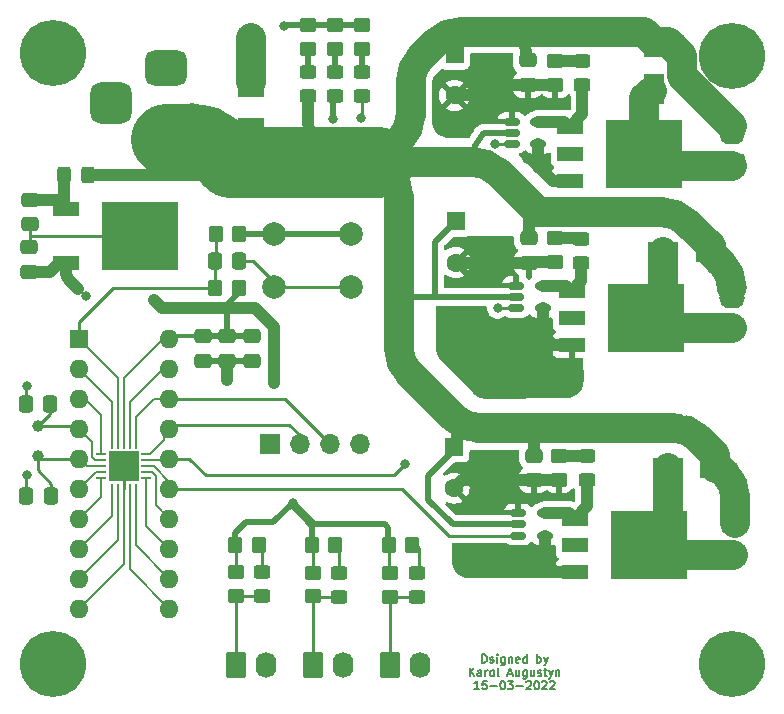
<source format=gtl>
G04 #@! TF.GenerationSoftware,KiCad,Pcbnew,(6.0.2)*
G04 #@! TF.CreationDate,2022-04-11T20:39:16+02:00*
G04 #@! TF.ProjectId,szafa_led_driver,737a6166-615f-46c6-9564-5f6472697665,rev?*
G04 #@! TF.SameCoordinates,Original*
G04 #@! TF.FileFunction,Copper,L1,Top*
G04 #@! TF.FilePolarity,Positive*
%FSLAX46Y46*%
G04 Gerber Fmt 4.6, Leading zero omitted, Abs format (unit mm)*
G04 Created by KiCad (PCBNEW (6.0.2)) date 2022-04-11 20:39:16*
%MOMM*%
%LPD*%
G01*
G04 APERTURE LIST*
G04 Aperture macros list*
%AMRoundRect*
0 Rectangle with rounded corners*
0 $1 Rounding radius*
0 $2 $3 $4 $5 $6 $7 $8 $9 X,Y pos of 4 corners*
0 Add a 4 corners polygon primitive as box body*
4,1,4,$2,$3,$4,$5,$6,$7,$8,$9,$2,$3,0*
0 Add four circle primitives for the rounded corners*
1,1,$1+$1,$2,$3*
1,1,$1+$1,$4,$5*
1,1,$1+$1,$6,$7*
1,1,$1+$1,$8,$9*
0 Add four rect primitives between the rounded corners*
20,1,$1+$1,$2,$3,$4,$5,0*
20,1,$1+$1,$4,$5,$6,$7,0*
20,1,$1+$1,$6,$7,$8,$9,0*
20,1,$1+$1,$8,$9,$2,$3,0*%
G04 Aperture macros list end*
%ADD10C,0.175000*%
G04 #@! TA.AperFunction,NonConductor*
%ADD11C,0.175000*%
G04 #@! TD*
G04 #@! TA.AperFunction,SMDPad,CuDef*
%ADD12RoundRect,0.250000X-0.350000X-0.450000X0.350000X-0.450000X0.350000X0.450000X-0.350000X0.450000X0*%
G04 #@! TD*
G04 #@! TA.AperFunction,SMDPad,CuDef*
%ADD13RoundRect,0.250000X-0.475000X0.337500X-0.475000X-0.337500X0.475000X-0.337500X0.475000X0.337500X0*%
G04 #@! TD*
G04 #@! TA.AperFunction,SMDPad,CuDef*
%ADD14RoundRect,0.150000X-0.512500X-0.150000X0.512500X-0.150000X0.512500X0.150000X-0.512500X0.150000X0*%
G04 #@! TD*
G04 #@! TA.AperFunction,ComponentPad*
%ADD15C,5.600000*%
G04 #@! TD*
G04 #@! TA.AperFunction,SMDPad,CuDef*
%ADD16RoundRect,0.250000X0.450000X-0.350000X0.450000X0.350000X-0.450000X0.350000X-0.450000X-0.350000X0*%
G04 #@! TD*
G04 #@! TA.AperFunction,SMDPad,CuDef*
%ADD17RoundRect,0.250000X0.337500X0.475000X-0.337500X0.475000X-0.337500X-0.475000X0.337500X-0.475000X0*%
G04 #@! TD*
G04 #@! TA.AperFunction,SMDPad,CuDef*
%ADD18R,2.200000X1.200000*%
G04 #@! TD*
G04 #@! TA.AperFunction,SMDPad,CuDef*
%ADD19R,6.400000X5.800000*%
G04 #@! TD*
G04 #@! TA.AperFunction,SMDPad,CuDef*
%ADD20RoundRect,0.250000X0.450000X-0.325000X0.450000X0.325000X-0.450000X0.325000X-0.450000X-0.325000X0*%
G04 #@! TD*
G04 #@! TA.AperFunction,SMDPad,CuDef*
%ADD21RoundRect,0.250000X0.325000X0.450000X-0.325000X0.450000X-0.325000X-0.450000X0.325000X-0.450000X0*%
G04 #@! TD*
G04 #@! TA.AperFunction,ComponentPad*
%ADD22R,1.600000X1.600000*%
G04 #@! TD*
G04 #@! TA.AperFunction,ComponentPad*
%ADD23C,1.600000*%
G04 #@! TD*
G04 #@! TA.AperFunction,SMDPad,CuDef*
%ADD24R,2.500000X1.800000*%
G04 #@! TD*
G04 #@! TA.AperFunction,ComponentPad*
%ADD25RoundRect,0.250000X0.845000X-0.620000X0.845000X0.620000X-0.845000X0.620000X-0.845000X-0.620000X0*%
G04 #@! TD*
G04 #@! TA.AperFunction,ComponentPad*
%ADD26O,2.190000X1.740000*%
G04 #@! TD*
G04 #@! TA.AperFunction,SMDPad,CuDef*
%ADD27RoundRect,0.250000X-0.450000X0.350000X-0.450000X-0.350000X0.450000X-0.350000X0.450000X0.350000X0*%
G04 #@! TD*
G04 #@! TA.AperFunction,SMDPad,CuDef*
%ADD28RoundRect,0.062500X-0.362500X-0.062500X0.362500X-0.062500X0.362500X0.062500X-0.362500X0.062500X0*%
G04 #@! TD*
G04 #@! TA.AperFunction,SMDPad,CuDef*
%ADD29RoundRect,0.062500X-0.062500X-0.362500X0.062500X-0.362500X0.062500X0.362500X-0.062500X0.362500X0*%
G04 #@! TD*
G04 #@! TA.AperFunction,SMDPad,CuDef*
%ADD30R,2.600000X2.600000*%
G04 #@! TD*
G04 #@! TA.AperFunction,SMDPad,CuDef*
%ADD31RoundRect,0.250000X-0.337500X-0.475000X0.337500X-0.475000X0.337500X0.475000X-0.337500X0.475000X0*%
G04 #@! TD*
G04 #@! TA.AperFunction,SMDPad,CuDef*
%ADD32R,2.300000X2.500000*%
G04 #@! TD*
G04 #@! TA.AperFunction,SMDPad,CuDef*
%ADD33RoundRect,0.250000X-0.450000X0.325000X-0.450000X-0.325000X0.450000X-0.325000X0.450000X0.325000X0*%
G04 #@! TD*
G04 #@! TA.AperFunction,ComponentPad*
%ADD34R,1.700000X1.700000*%
G04 #@! TD*
G04 #@! TA.AperFunction,ComponentPad*
%ADD35O,1.700000X1.700000*%
G04 #@! TD*
G04 #@! TA.AperFunction,ComponentPad*
%ADD36O,1.600000X1.600000*%
G04 #@! TD*
G04 #@! TA.AperFunction,SMDPad,CuDef*
%ADD37RoundRect,0.250000X0.350000X0.450000X-0.350000X0.450000X-0.350000X-0.450000X0.350000X-0.450000X0*%
G04 #@! TD*
G04 #@! TA.AperFunction,ComponentPad*
%ADD38RoundRect,0.250000X-0.620000X-0.845000X0.620000X-0.845000X0.620000X0.845000X-0.620000X0.845000X0*%
G04 #@! TD*
G04 #@! TA.AperFunction,ComponentPad*
%ADD39O,1.740000X2.190000*%
G04 #@! TD*
G04 #@! TA.AperFunction,ComponentPad*
%ADD40C,2.000000*%
G04 #@! TD*
G04 #@! TA.AperFunction,ComponentPad*
%ADD41R,3.500000X3.500000*%
G04 #@! TD*
G04 #@! TA.AperFunction,ComponentPad*
%ADD42RoundRect,0.750000X-1.000000X0.750000X-1.000000X-0.750000X1.000000X-0.750000X1.000000X0.750000X0*%
G04 #@! TD*
G04 #@! TA.AperFunction,ComponentPad*
%ADD43RoundRect,0.875000X-0.875000X0.875000X-0.875000X-0.875000X0.875000X-0.875000X0.875000X0.875000X0*%
G04 #@! TD*
G04 #@! TA.AperFunction,SMDPad,CuDef*
%ADD44R,1.800000X2.500000*%
G04 #@! TD*
G04 #@! TA.AperFunction,SMDPad,CuDef*
%ADD45RoundRect,0.250000X0.475000X-0.337500X0.475000X0.337500X-0.475000X0.337500X-0.475000X-0.337500X0*%
G04 #@! TD*
G04 #@! TA.AperFunction,ComponentPad*
%ADD46C,1.000000*%
G04 #@! TD*
G04 #@! TA.AperFunction,ViaPad*
%ADD47C,0.800000*%
G04 #@! TD*
G04 #@! TA.AperFunction,Conductor*
%ADD48C,0.254000*%
G04 #@! TD*
G04 #@! TA.AperFunction,Conductor*
%ADD49C,0.203200*%
G04 #@! TD*
G04 #@! TA.AperFunction,Conductor*
%ADD50C,1.000000*%
G04 #@! TD*
G04 #@! TA.AperFunction,Conductor*
%ADD51C,0.500000*%
G04 #@! TD*
G04 #@! TA.AperFunction,Conductor*
%ADD52C,2.500000*%
G04 #@! TD*
G04 #@! TA.AperFunction,Conductor*
%ADD53C,0.304800*%
G04 #@! TD*
G04 #@! TA.AperFunction,Conductor*
%ADD54C,6.000000*%
G04 #@! TD*
G04 APERTURE END LIST*
D10*
D11*
X109066666Y-104889666D02*
X109066666Y-104189666D01*
X109233333Y-104189666D01*
X109333333Y-104223000D01*
X109400000Y-104289666D01*
X109433333Y-104356333D01*
X109466666Y-104489666D01*
X109466666Y-104589666D01*
X109433333Y-104723000D01*
X109400000Y-104789666D01*
X109333333Y-104856333D01*
X109233333Y-104889666D01*
X109066666Y-104889666D01*
X109733333Y-104856333D02*
X109800000Y-104889666D01*
X109933333Y-104889666D01*
X110000000Y-104856333D01*
X110033333Y-104789666D01*
X110033333Y-104756333D01*
X110000000Y-104689666D01*
X109933333Y-104656333D01*
X109833333Y-104656333D01*
X109766666Y-104623000D01*
X109733333Y-104556333D01*
X109733333Y-104523000D01*
X109766666Y-104456333D01*
X109833333Y-104423000D01*
X109933333Y-104423000D01*
X110000000Y-104456333D01*
X110333333Y-104889666D02*
X110333333Y-104423000D01*
X110333333Y-104189666D02*
X110300000Y-104223000D01*
X110333333Y-104256333D01*
X110366666Y-104223000D01*
X110333333Y-104189666D01*
X110333333Y-104256333D01*
X110966666Y-104423000D02*
X110966666Y-104989666D01*
X110933333Y-105056333D01*
X110900000Y-105089666D01*
X110833333Y-105123000D01*
X110733333Y-105123000D01*
X110666666Y-105089666D01*
X110966666Y-104856333D02*
X110900000Y-104889666D01*
X110766666Y-104889666D01*
X110700000Y-104856333D01*
X110666666Y-104823000D01*
X110633333Y-104756333D01*
X110633333Y-104556333D01*
X110666666Y-104489666D01*
X110700000Y-104456333D01*
X110766666Y-104423000D01*
X110900000Y-104423000D01*
X110966666Y-104456333D01*
X111300000Y-104423000D02*
X111300000Y-104889666D01*
X111300000Y-104489666D02*
X111333333Y-104456333D01*
X111400000Y-104423000D01*
X111500000Y-104423000D01*
X111566666Y-104456333D01*
X111600000Y-104523000D01*
X111600000Y-104889666D01*
X112200000Y-104856333D02*
X112133333Y-104889666D01*
X112000000Y-104889666D01*
X111933333Y-104856333D01*
X111900000Y-104789666D01*
X111900000Y-104523000D01*
X111933333Y-104456333D01*
X112000000Y-104423000D01*
X112133333Y-104423000D01*
X112200000Y-104456333D01*
X112233333Y-104523000D01*
X112233333Y-104589666D01*
X111900000Y-104656333D01*
X112833333Y-104889666D02*
X112833333Y-104189666D01*
X112833333Y-104856333D02*
X112766666Y-104889666D01*
X112633333Y-104889666D01*
X112566666Y-104856333D01*
X112533333Y-104823000D01*
X112500000Y-104756333D01*
X112500000Y-104556333D01*
X112533333Y-104489666D01*
X112566666Y-104456333D01*
X112633333Y-104423000D01*
X112766666Y-104423000D01*
X112833333Y-104456333D01*
X113700000Y-104889666D02*
X113700000Y-104189666D01*
X113700000Y-104456333D02*
X113766666Y-104423000D01*
X113900000Y-104423000D01*
X113966666Y-104456333D01*
X114000000Y-104489666D01*
X114033333Y-104556333D01*
X114033333Y-104756333D01*
X114000000Y-104823000D01*
X113966666Y-104856333D01*
X113900000Y-104889666D01*
X113766666Y-104889666D01*
X113700000Y-104856333D01*
X114266666Y-104423000D02*
X114433333Y-104889666D01*
X114600000Y-104423000D02*
X114433333Y-104889666D01*
X114366666Y-105056333D01*
X114333333Y-105089666D01*
X114266666Y-105123000D01*
X108000000Y-106016666D02*
X108000000Y-105316666D01*
X108400000Y-106016666D02*
X108100000Y-105616666D01*
X108400000Y-105316666D02*
X108000000Y-105716666D01*
X109000000Y-106016666D02*
X109000000Y-105650000D01*
X108966666Y-105583333D01*
X108900000Y-105550000D01*
X108766666Y-105550000D01*
X108700000Y-105583333D01*
X109000000Y-105983333D02*
X108933333Y-106016666D01*
X108766666Y-106016666D01*
X108700000Y-105983333D01*
X108666666Y-105916666D01*
X108666666Y-105850000D01*
X108700000Y-105783333D01*
X108766666Y-105750000D01*
X108933333Y-105750000D01*
X109000000Y-105716666D01*
X109333333Y-106016666D02*
X109333333Y-105550000D01*
X109333333Y-105683333D02*
X109366666Y-105616666D01*
X109400000Y-105583333D01*
X109466666Y-105550000D01*
X109533333Y-105550000D01*
X109866666Y-106016666D02*
X109800000Y-105983333D01*
X109766666Y-105950000D01*
X109733333Y-105883333D01*
X109733333Y-105683333D01*
X109766666Y-105616666D01*
X109800000Y-105583333D01*
X109866666Y-105550000D01*
X109966666Y-105550000D01*
X110033333Y-105583333D01*
X110066666Y-105616666D01*
X110100000Y-105683333D01*
X110100000Y-105883333D01*
X110066666Y-105950000D01*
X110033333Y-105983333D01*
X109966666Y-106016666D01*
X109866666Y-106016666D01*
X110500000Y-106016666D02*
X110433333Y-105983333D01*
X110400000Y-105916666D01*
X110400000Y-105316666D01*
X111266666Y-105816666D02*
X111600000Y-105816666D01*
X111200000Y-106016666D02*
X111433333Y-105316666D01*
X111666666Y-106016666D01*
X112200000Y-105550000D02*
X112200000Y-106016666D01*
X111900000Y-105550000D02*
X111900000Y-105916666D01*
X111933333Y-105983333D01*
X112000000Y-106016666D01*
X112100000Y-106016666D01*
X112166666Y-105983333D01*
X112200000Y-105950000D01*
X112833333Y-105550000D02*
X112833333Y-106116666D01*
X112800000Y-106183333D01*
X112766666Y-106216666D01*
X112700000Y-106250000D01*
X112600000Y-106250000D01*
X112533333Y-106216666D01*
X112833333Y-105983333D02*
X112766666Y-106016666D01*
X112633333Y-106016666D01*
X112566666Y-105983333D01*
X112533333Y-105950000D01*
X112500000Y-105883333D01*
X112500000Y-105683333D01*
X112533333Y-105616666D01*
X112566666Y-105583333D01*
X112633333Y-105550000D01*
X112766666Y-105550000D01*
X112833333Y-105583333D01*
X113466666Y-105550000D02*
X113466666Y-106016666D01*
X113166666Y-105550000D02*
X113166666Y-105916666D01*
X113200000Y-105983333D01*
X113266666Y-106016666D01*
X113366666Y-106016666D01*
X113433333Y-105983333D01*
X113466666Y-105950000D01*
X113766666Y-105983333D02*
X113833333Y-106016666D01*
X113966666Y-106016666D01*
X114033333Y-105983333D01*
X114066666Y-105916666D01*
X114066666Y-105883333D01*
X114033333Y-105816666D01*
X113966666Y-105783333D01*
X113866666Y-105783333D01*
X113800000Y-105750000D01*
X113766666Y-105683333D01*
X113766666Y-105650000D01*
X113800000Y-105583333D01*
X113866666Y-105550000D01*
X113966666Y-105550000D01*
X114033333Y-105583333D01*
X114266666Y-105550000D02*
X114533333Y-105550000D01*
X114366666Y-105316666D02*
X114366666Y-105916666D01*
X114400000Y-105983333D01*
X114466666Y-106016666D01*
X114533333Y-106016666D01*
X114700000Y-105550000D02*
X114866666Y-106016666D01*
X115033333Y-105550000D02*
X114866666Y-106016666D01*
X114800000Y-106183333D01*
X114766666Y-106216666D01*
X114700000Y-106250000D01*
X115300000Y-105550000D02*
X115300000Y-106016666D01*
X115300000Y-105616666D02*
X115333333Y-105583333D01*
X115400000Y-105550000D01*
X115500000Y-105550000D01*
X115566666Y-105583333D01*
X115600000Y-105650000D01*
X115600000Y-106016666D01*
X108800000Y-107143666D02*
X108400000Y-107143666D01*
X108600000Y-107143666D02*
X108600000Y-106443666D01*
X108533333Y-106543666D01*
X108466666Y-106610333D01*
X108400000Y-106643666D01*
X109433333Y-106443666D02*
X109100000Y-106443666D01*
X109066666Y-106777000D01*
X109100000Y-106743666D01*
X109166666Y-106710333D01*
X109333333Y-106710333D01*
X109400000Y-106743666D01*
X109433333Y-106777000D01*
X109466666Y-106843666D01*
X109466666Y-107010333D01*
X109433333Y-107077000D01*
X109400000Y-107110333D01*
X109333333Y-107143666D01*
X109166666Y-107143666D01*
X109100000Y-107110333D01*
X109066666Y-107077000D01*
X109766666Y-106877000D02*
X110300000Y-106877000D01*
X110766666Y-106443666D02*
X110833333Y-106443666D01*
X110900000Y-106477000D01*
X110933333Y-106510333D01*
X110966666Y-106577000D01*
X111000000Y-106710333D01*
X111000000Y-106877000D01*
X110966666Y-107010333D01*
X110933333Y-107077000D01*
X110900000Y-107110333D01*
X110833333Y-107143666D01*
X110766666Y-107143666D01*
X110700000Y-107110333D01*
X110666666Y-107077000D01*
X110633333Y-107010333D01*
X110600000Y-106877000D01*
X110600000Y-106710333D01*
X110633333Y-106577000D01*
X110666666Y-106510333D01*
X110700000Y-106477000D01*
X110766666Y-106443666D01*
X111233333Y-106443666D02*
X111666666Y-106443666D01*
X111433333Y-106710333D01*
X111533333Y-106710333D01*
X111600000Y-106743666D01*
X111633333Y-106777000D01*
X111666666Y-106843666D01*
X111666666Y-107010333D01*
X111633333Y-107077000D01*
X111600000Y-107110333D01*
X111533333Y-107143666D01*
X111333333Y-107143666D01*
X111266666Y-107110333D01*
X111233333Y-107077000D01*
X111966666Y-106877000D02*
X112500000Y-106877000D01*
X112800000Y-106510333D02*
X112833333Y-106477000D01*
X112900000Y-106443666D01*
X113066666Y-106443666D01*
X113133333Y-106477000D01*
X113166666Y-106510333D01*
X113200000Y-106577000D01*
X113200000Y-106643666D01*
X113166666Y-106743666D01*
X112766666Y-107143666D01*
X113200000Y-107143666D01*
X113633333Y-106443666D02*
X113700000Y-106443666D01*
X113766666Y-106477000D01*
X113800000Y-106510333D01*
X113833333Y-106577000D01*
X113866666Y-106710333D01*
X113866666Y-106877000D01*
X113833333Y-107010333D01*
X113800000Y-107077000D01*
X113766666Y-107110333D01*
X113700000Y-107143666D01*
X113633333Y-107143666D01*
X113566666Y-107110333D01*
X113533333Y-107077000D01*
X113500000Y-107010333D01*
X113466666Y-106877000D01*
X113466666Y-106710333D01*
X113500000Y-106577000D01*
X113533333Y-106510333D01*
X113566666Y-106477000D01*
X113633333Y-106443666D01*
X114133333Y-106510333D02*
X114166666Y-106477000D01*
X114233333Y-106443666D01*
X114400000Y-106443666D01*
X114466666Y-106477000D01*
X114500000Y-106510333D01*
X114533333Y-106577000D01*
X114533333Y-106643666D01*
X114500000Y-106743666D01*
X114100000Y-107143666D01*
X114533333Y-107143666D01*
X114800000Y-106510333D02*
X114833333Y-106477000D01*
X114900000Y-106443666D01*
X115066666Y-106443666D01*
X115133333Y-106477000D01*
X115166666Y-106510333D01*
X115200000Y-106577000D01*
X115200000Y-106643666D01*
X115166666Y-106743666D01*
X114766666Y-107143666D01*
X115200000Y-107143666D01*
D12*
X86496000Y-68601200D03*
X88496000Y-68601200D03*
D13*
X85394800Y-77245300D03*
X85394800Y-79320300D03*
X87477600Y-77245300D03*
X87477600Y-79320300D03*
D14*
X112115600Y-92232400D03*
X112115600Y-93182400D03*
X112115600Y-94132400D03*
X114390600Y-94132400D03*
X114390600Y-92232400D03*
D15*
X130250000Y-53500000D03*
D16*
X94742000Y-99282000D03*
X94742000Y-97282000D03*
D17*
X72483800Y-82956400D03*
X70408800Y-82956400D03*
D18*
X116482200Y-59542600D03*
D19*
X122782200Y-61822600D03*
D18*
X116482200Y-61822600D03*
X116482200Y-64102600D03*
D20*
X103530400Y-99323000D03*
X103530400Y-97273000D03*
D21*
X75717400Y-63605500D03*
X73667400Y-63605500D03*
D13*
X113000000Y-68962500D03*
X113000000Y-71037500D03*
D22*
X106680000Y-86614000D03*
D23*
X106680000Y-90114000D03*
D13*
X112928400Y-53906600D03*
X112928400Y-55981600D03*
D24*
X128397000Y-70104000D03*
X124397000Y-70104000D03*
D25*
X130327400Y-95808800D03*
D26*
X130327400Y-93268800D03*
D27*
X94284800Y-50917600D03*
X94284800Y-52917600D03*
D16*
X88239600Y-99231200D03*
X88239600Y-97231200D03*
D28*
X76789600Y-87265000D03*
X76789600Y-87765000D03*
X76789600Y-88265000D03*
X76789600Y-88765000D03*
X76789600Y-89265000D03*
D29*
X77714600Y-90190000D03*
X78214600Y-90190000D03*
X78714600Y-90190000D03*
X79214600Y-90190000D03*
X79714600Y-90190000D03*
D28*
X80639600Y-89265000D03*
X80639600Y-88765000D03*
X80639600Y-88265000D03*
X80639600Y-87765000D03*
X80639600Y-87265000D03*
D29*
X79714600Y-86340000D03*
X79214600Y-86340000D03*
X78714600Y-86340000D03*
X78214600Y-86340000D03*
X77714600Y-86340000D03*
D30*
X78714600Y-88265000D03*
D31*
X86442500Y-70887200D03*
X88517500Y-70887200D03*
D22*
X106832400Y-67513200D03*
D23*
X106832400Y-71013200D03*
D32*
X89500000Y-60050000D03*
X89500000Y-55750000D03*
D33*
X96570800Y-54905800D03*
X96570800Y-56955800D03*
D13*
X70764400Y-65713700D03*
X70764400Y-67788700D03*
D34*
X91059000Y-86360000D03*
D35*
X93599000Y-86360000D03*
X96139000Y-86360000D03*
X98679000Y-86360000D03*
D22*
X74940000Y-77475000D03*
D36*
X74940000Y-80015000D03*
X74940000Y-82555000D03*
X74940000Y-85095000D03*
X74940000Y-87635000D03*
X74940000Y-90175000D03*
X74940000Y-92715000D03*
X74940000Y-95255000D03*
X74940000Y-97795000D03*
X74940000Y-100335000D03*
X82560000Y-100335000D03*
X82560000Y-97795000D03*
X82560000Y-95255000D03*
X82560000Y-92715000D03*
X82560000Y-90175000D03*
X82560000Y-87635000D03*
X82560000Y-85095000D03*
X82560000Y-82555000D03*
X82560000Y-80015000D03*
X82560000Y-77475000D03*
D27*
X96570800Y-50917600D03*
X96570800Y-52917600D03*
D25*
X130200400Y-62687200D03*
D26*
X130200400Y-60147200D03*
D25*
X130195000Y-76530200D03*
D26*
X130195000Y-73990200D03*
D15*
X72750000Y-53250000D03*
D20*
X90424000Y-99263200D03*
X90424000Y-97213200D03*
D18*
X116627800Y-73437400D03*
X116627800Y-75717400D03*
D19*
X122927800Y-75717400D03*
D18*
X116627800Y-77997400D03*
D37*
X103158800Y-94945200D03*
X101158800Y-94945200D03*
D18*
X73803400Y-66481700D03*
D19*
X80103400Y-68761700D03*
D18*
X73803400Y-71041700D03*
D27*
X98856800Y-50917600D03*
X98856800Y-52917600D03*
D38*
X88239600Y-105054400D03*
D39*
X90779600Y-105054400D03*
D38*
X101244400Y-105054400D03*
D39*
X103784400Y-105054400D03*
D16*
X101244400Y-99298000D03*
X101244400Y-97298000D03*
D33*
X117957600Y-87367000D03*
X117957600Y-89417000D03*
D38*
X94742000Y-105054400D03*
D39*
X97282000Y-105054400D03*
D13*
X113436400Y-87354500D03*
X113436400Y-89429500D03*
D14*
X111556800Y-59080400D03*
X111556800Y-60030400D03*
X111556800Y-60980400D03*
X113831800Y-60980400D03*
X113831800Y-59080400D03*
D15*
X72750000Y-105000000D03*
D16*
X115265200Y-55965600D03*
X115265200Y-53965600D03*
D33*
X98856800Y-54905800D03*
X98856800Y-56955800D03*
D12*
X86480000Y-73173200D03*
X88480000Y-73173200D03*
D18*
X116881800Y-92690600D03*
X116881800Y-94970600D03*
D19*
X123181800Y-94970600D03*
D18*
X116881800Y-97250600D03*
D22*
X106730800Y-53363749D03*
D23*
X106730800Y-56863749D03*
D24*
X128796800Y-88392000D03*
X124796800Y-88392000D03*
D14*
X111912400Y-72964000D03*
X111912400Y-73914000D03*
X111912400Y-74864000D03*
X114187400Y-74864000D03*
X114187400Y-72964000D03*
D40*
X91442400Y-73101200D03*
X97942400Y-73101200D03*
X97942400Y-68601200D03*
X91442400Y-68601200D03*
D41*
X82297000Y-60531000D03*
D42*
X82297000Y-54531000D03*
D43*
X77597000Y-57531000D03*
D20*
X96977200Y-99323000D03*
X96977200Y-97273000D03*
D44*
X123571000Y-52324000D03*
X123571000Y-56324000D03*
D15*
X130250000Y-105000000D03*
D16*
X115214400Y-70967600D03*
X115214400Y-68967600D03*
D37*
X90138000Y-94894400D03*
X88138000Y-94894400D03*
D45*
X70713600Y-71801900D03*
X70713600Y-69726900D03*
D17*
X72542400Y-90779600D03*
X70467400Y-90779600D03*
D16*
X115570000Y-89401400D03*
X115570000Y-87401400D03*
D33*
X94284800Y-54905800D03*
X94284800Y-56955800D03*
X117551200Y-53931600D03*
X117551200Y-55981600D03*
D46*
X71417000Y-87426800D03*
X71417000Y-84886800D03*
D37*
X96640400Y-94894400D03*
X94640400Y-94894400D03*
D13*
X89560400Y-77245300D03*
X89560400Y-79320300D03*
D33*
X117449600Y-68993800D03*
X117449600Y-71043800D03*
D47*
X112050000Y-95400000D03*
X108800000Y-96350000D03*
X112650000Y-76500000D03*
X80750000Y-66750000D03*
X114088500Y-63161500D03*
X114450000Y-81300000D03*
X114904700Y-77795300D03*
X112650000Y-79700000D03*
X89500000Y-53500000D03*
X79250000Y-66750000D03*
X114187400Y-76962600D03*
X107700000Y-96350000D03*
X113831800Y-62268200D03*
X82250000Y-66750000D03*
X77750000Y-70500000D03*
X70500000Y-89000000D03*
X89500000Y-52500000D03*
X114500000Y-79700000D03*
X107700000Y-95350000D03*
X111000000Y-78000000D03*
X80750000Y-69250000D03*
X112600000Y-81250000D03*
X92250000Y-51000000D03*
X82250000Y-70500000D03*
X70500000Y-81500000D03*
X114713500Y-63786500D03*
X80750000Y-68000000D03*
X77750000Y-68000000D03*
X114390600Y-96309400D03*
X115079300Y-97070700D03*
X77750000Y-66750000D03*
X108800000Y-95400000D03*
X114187400Y-76062600D03*
X114390600Y-95209400D03*
X80750000Y-70500000D03*
X113200000Y-95400000D03*
X79250000Y-69250000D03*
X87500000Y-81000000D03*
X112900000Y-62250000D03*
X109900000Y-96400000D03*
X113200000Y-96450000D03*
X110900000Y-81250000D03*
X111000000Y-76500000D03*
X89500000Y-51500000D03*
X110950000Y-79650000D03*
X82250000Y-68000000D03*
X112100000Y-96450000D03*
X82250000Y-69250000D03*
X112650000Y-78050000D03*
X79250000Y-70500000D03*
X109850000Y-95400000D03*
X77750000Y-69250000D03*
X79250000Y-68000000D03*
X111000000Y-95400000D03*
X111000000Y-96400000D03*
X91414600Y-81203800D03*
X81965800Y-74853800D03*
X75488800Y-73888600D03*
X96443800Y-58877200D03*
X93014800Y-91363800D03*
X74853800Y-73253600D03*
X81292700Y-74180700D03*
X98806000Y-58750200D03*
X110134400Y-60960000D03*
X102514400Y-88112600D03*
X110363000Y-74853800D03*
D48*
X71625200Y-87635000D02*
X71417000Y-87426800D01*
X72542400Y-89738200D02*
X71417000Y-88612800D01*
X74940000Y-87635000D02*
X71625200Y-87635000D01*
D49*
X75570000Y-88265000D02*
X74940000Y-87635000D01*
X76789600Y-88265000D02*
X75570000Y-88265000D01*
D48*
X71417000Y-88612800D02*
X71417000Y-87426800D01*
X72542400Y-90779600D02*
X72542400Y-89738200D01*
D50*
X115029600Y-64102600D02*
X114713500Y-63786500D01*
X106856700Y-71037500D02*
X106832400Y-71013200D01*
D48*
X91442400Y-72692400D02*
X91442400Y-73101200D01*
D51*
X85394800Y-79320300D02*
X89560400Y-79320300D01*
D49*
X78714600Y-90190000D02*
X78714600Y-96560400D01*
D50*
X114390600Y-96382000D02*
X114390600Y-96309400D01*
X110540800Y-55981600D02*
X112928400Y-55981600D01*
X112944400Y-55965600D02*
X112928400Y-55981600D01*
D48*
X70408800Y-81591200D02*
X70500000Y-81500000D01*
D51*
X94284800Y-50917600D02*
X92332400Y-50917600D01*
D50*
X114088500Y-63161500D02*
X113831800Y-62904800D01*
X114904700Y-77795300D02*
X114187400Y-77078000D01*
D48*
X70764400Y-67788700D02*
X70764400Y-68735600D01*
X97942400Y-73101200D02*
X91442400Y-73101200D01*
D50*
X116482200Y-64102600D02*
X115029600Y-64102600D01*
X113069900Y-70967600D02*
X113000000Y-71037500D01*
X115214400Y-70967600D02*
X113069900Y-70967600D01*
D48*
X89637200Y-70887200D02*
X91442400Y-72692400D01*
D50*
X114187400Y-76062600D02*
X114187400Y-74864000D01*
D51*
X92332400Y-50917600D02*
X92250000Y-51000000D01*
D50*
X115259200Y-97250600D02*
X115079300Y-97070700D01*
D48*
X78714600Y-90190000D02*
X78714600Y-88265000D01*
D50*
X116627800Y-77997400D02*
X115106800Y-77997400D01*
D48*
X88517500Y-70887200D02*
X89637200Y-70887200D01*
D50*
X113000000Y-71037500D02*
X106856700Y-71037500D01*
D52*
X89500000Y-52500000D02*
X89500000Y-53500000D01*
D48*
X70408800Y-82956400D02*
X70408800Y-81591200D01*
X70764400Y-68735600D02*
X70790500Y-68761700D01*
D50*
X115570000Y-89401400D02*
X113464500Y-89401400D01*
X114390600Y-95209400D02*
X114390600Y-94132400D01*
D48*
X70467400Y-89032600D02*
X70500000Y-89000000D01*
D52*
X89500000Y-55750000D02*
X89500000Y-54000000D01*
D50*
X114187400Y-77078000D02*
X114187400Y-76962600D01*
X114187400Y-76962600D02*
X114187400Y-76062600D01*
X116881800Y-97250600D02*
X115259200Y-97250600D01*
D49*
X78714600Y-96560400D02*
X74940000Y-100335000D01*
D50*
X113831800Y-62268200D02*
X113831800Y-60980400D01*
X106730800Y-56863749D02*
X109658651Y-56863749D01*
X107364500Y-89429500D02*
X106680000Y-90114000D01*
X115265200Y-55965600D02*
X112944400Y-55965600D01*
X113831800Y-62904800D02*
X113831800Y-62268200D01*
D52*
X89500000Y-52000000D02*
X89500000Y-52500000D01*
D48*
X70764400Y-69676100D02*
X70713600Y-69726900D01*
D50*
X87477600Y-80977600D02*
X87500000Y-81000000D01*
X114713500Y-63786500D02*
X114088500Y-63161500D01*
X109658651Y-56863749D02*
X110540800Y-55981600D01*
X113464500Y-89401400D02*
X113436400Y-89429500D01*
X115079300Y-97070700D02*
X114390600Y-96382000D01*
X114390600Y-96309400D02*
X114390600Y-95209400D01*
X113436400Y-89429500D02*
X107364500Y-89429500D01*
X87477600Y-79320300D02*
X87477600Y-80977600D01*
X115106800Y-77997400D02*
X114904700Y-77795300D01*
D48*
X70467400Y-90779600D02*
X70467400Y-89032600D01*
X70764400Y-68735600D02*
X70764400Y-69676100D01*
D51*
X98856800Y-50917600D02*
X94284800Y-50917600D01*
D48*
X70790500Y-68761700D02*
X80103400Y-68761700D01*
D49*
X76047600Y-86202600D02*
X74940000Y-85095000D01*
X76047600Y-87513036D02*
X76047600Y-86202600D01*
D48*
X72483800Y-82956400D02*
X72483800Y-83820000D01*
X72483800Y-83820000D02*
X71417000Y-84886800D01*
X74731800Y-84886800D02*
X74940000Y-85095000D01*
D49*
X76789600Y-87765000D02*
X76299564Y-87765000D01*
X76299564Y-87765000D02*
X76047600Y-87513036D01*
D48*
X71417000Y-84886800D02*
X74731800Y-84886800D01*
X86480000Y-70924700D02*
X86442500Y-70887200D01*
D49*
X78214600Y-86340000D02*
X78214600Y-80749600D01*
D48*
X77826800Y-73173200D02*
X74940000Y-76060000D01*
X86480000Y-73173200D02*
X77826800Y-73173200D01*
X86496000Y-70833700D02*
X86442500Y-70887200D01*
X86496000Y-68601200D02*
X86496000Y-70833700D01*
D49*
X78214600Y-80749600D02*
X74940000Y-77475000D01*
D48*
X74940000Y-76060000D02*
X74940000Y-77475000D01*
X86480000Y-73173200D02*
X86480000Y-70924700D01*
D53*
X82560000Y-77440000D02*
X82754700Y-77245300D01*
X82560000Y-77475000D02*
X82560000Y-77440000D01*
D48*
X88239600Y-94996000D02*
X88138000Y-94894400D01*
X101158800Y-97212400D02*
X101244400Y-97298000D01*
X94742000Y-97282000D02*
X94742000Y-94996000D01*
D51*
X101117400Y-93497400D02*
X101117400Y-94903800D01*
X96443800Y-58877200D02*
X96443800Y-57082800D01*
D50*
X89839800Y-74853800D02*
X89865200Y-74879200D01*
D51*
X87172800Y-74853800D02*
X88480000Y-73546600D01*
D48*
X94742000Y-94996000D02*
X94640400Y-94894400D01*
D50*
X91440000Y-81178400D02*
X91414600Y-81203800D01*
X81292700Y-74180700D02*
X81965800Y-74853800D01*
D51*
X94843600Y-93192600D02*
X100812600Y-93192600D01*
X93014800Y-91363800D02*
X91389200Y-92989400D01*
X87172800Y-74853800D02*
X87184707Y-74865707D01*
X93014800Y-91363800D02*
X94843600Y-93192600D01*
D50*
X73803400Y-71041700D02*
X73803400Y-71788986D01*
D51*
X89027000Y-92989400D02*
X88138000Y-93878400D01*
D48*
X101158800Y-94945200D02*
X101158800Y-97212400D01*
D50*
X91440000Y-76454000D02*
X91440000Y-80467200D01*
X74096293Y-72496093D02*
X74853800Y-73253600D01*
D51*
X93014800Y-91363800D02*
X93014800Y-91668600D01*
D50*
X73208300Y-71041700D02*
X72448100Y-71801900D01*
D51*
X88138000Y-93878400D02*
X88138000Y-94894400D01*
X91389200Y-92989400D02*
X89027000Y-92989400D01*
X101117400Y-94903800D02*
X101158800Y-94945200D01*
X94640400Y-93294200D02*
X94640400Y-94894400D01*
D50*
X91440000Y-80467200D02*
X91440000Y-81178400D01*
D51*
X87477600Y-75572814D02*
X87477600Y-77245300D01*
D49*
X78714600Y-80797400D02*
X82037000Y-77475000D01*
D50*
X73803400Y-71041700D02*
X73208300Y-71041700D01*
X89865200Y-74879200D02*
X91440000Y-76454000D01*
D49*
X78714600Y-86340000D02*
X78714600Y-80797400D01*
D51*
X85394800Y-77245300D02*
X89560400Y-77245300D01*
X96443800Y-57082800D02*
X96570800Y-56955800D01*
X88480000Y-73546600D02*
X88480000Y-73173200D01*
D50*
X72448100Y-71801900D02*
X70713600Y-71801900D01*
X87172800Y-74853800D02*
X89839800Y-74853800D01*
D53*
X82754700Y-77245300D02*
X85394800Y-77245300D01*
D51*
X93014800Y-91668600D02*
X94640400Y-93294200D01*
D48*
X88239600Y-97231200D02*
X88239600Y-94996000D01*
D49*
X82037000Y-77475000D02*
X82560000Y-77475000D01*
D50*
X81965800Y-74853800D02*
X87172800Y-74853800D01*
D51*
X100812600Y-93192600D02*
X101117400Y-93497400D01*
X87477599Y-75572814D02*
G75*
G03*
X87184706Y-74865708I-999993J3D01*
G01*
D50*
X73803401Y-71788986D02*
G75*
G03*
X74096294Y-72496092I999993J-3D01*
G01*
D52*
X111774200Y-51500000D02*
X122747000Y-51500000D01*
D51*
X104495600Y-91084400D02*
X104495600Y-89052400D01*
X104495600Y-89052400D02*
X106680000Y-86868000D01*
D50*
X75717400Y-63605500D02*
X85401859Y-63605500D01*
X113436400Y-87354500D02*
X113436400Y-85775800D01*
D51*
X106680000Y-86614000D02*
X106680000Y-84180000D01*
X105079800Y-69265800D02*
X105079800Y-73888600D01*
D52*
X130505200Y-90997841D02*
X130505200Y-93091000D01*
X128796800Y-87342978D02*
X127332501Y-85878679D01*
X123571000Y-52324000D02*
X124824000Y-52324000D01*
X128397000Y-70104000D02*
X129316321Y-71023321D01*
X125211181Y-85000000D02*
X112660600Y-85000000D01*
D54*
X96500000Y-62500000D02*
X100250000Y-62500000D01*
D51*
X106593600Y-93182400D02*
X104495600Y-91084400D01*
D52*
X103000000Y-58507359D02*
X103000000Y-55742641D01*
D51*
X109209800Y-60030400D02*
X109136038Y-60104162D01*
X102565200Y-73914000D02*
X102000000Y-73348800D01*
D52*
X102000000Y-73348800D02*
X102000000Y-65492641D01*
D51*
X106680000Y-84180000D02*
X106621320Y-84121320D01*
X112115600Y-93182400D02*
X106593600Y-93182400D01*
X111556800Y-60030400D02*
X109209800Y-60030400D01*
D52*
X112660600Y-85000000D02*
X108742641Y-85000000D01*
D51*
X111912400Y-73914000D02*
X105105200Y-73914000D01*
X105105200Y-73914000D02*
X102565200Y-73914000D01*
D52*
X128397000Y-69647000D02*
X128397000Y-70104000D01*
D50*
X112049720Y-51775520D02*
X111774200Y-51500000D01*
D52*
X122747000Y-51500000D02*
X123571000Y-52324000D01*
D50*
X113436400Y-85775800D02*
X112660600Y-85000000D01*
D52*
X126000489Y-55260206D02*
X130200400Y-59460117D01*
X113750000Y-66750000D02*
X124257359Y-66750000D01*
D54*
X86659680Y-61409680D02*
X87750000Y-62500000D01*
D50*
X113000000Y-67500000D02*
X113750000Y-66750000D01*
D52*
X110378680Y-63378680D02*
X113750000Y-66750000D01*
D51*
X106832400Y-67513200D02*
X105079800Y-69265800D01*
D52*
X100250000Y-62500000D02*
X102121321Y-60628679D01*
X129142000Y-88392000D02*
X129626521Y-88876521D01*
X125412237Y-52954457D02*
X126000489Y-53542709D01*
X101121320Y-63371320D02*
X100250000Y-62500000D01*
X106621320Y-84121320D02*
X102878679Y-80378679D01*
D50*
X112928400Y-53906600D02*
X112928400Y-53896841D01*
D52*
X125121810Y-52621810D02*
X125225303Y-52726677D01*
X102000000Y-78257359D02*
X102000000Y-73348800D01*
X128796800Y-88392000D02*
X128796800Y-87342978D01*
X128796800Y-88392000D02*
X129142000Y-88392000D01*
X125225303Y-52726677D02*
X125412237Y-52954457D01*
D50*
X94284800Y-56955800D02*
X94284800Y-59042159D01*
D52*
X100250000Y-62500000D02*
X108257359Y-62500000D01*
D54*
X87750000Y-62500000D02*
X96500000Y-62500000D01*
D52*
X103878680Y-53621320D02*
X105121321Y-52378679D01*
D51*
X105079800Y-73888600D02*
X105105200Y-73914000D01*
D52*
X126378680Y-67628680D02*
X128397000Y-69647000D01*
D50*
X87523180Y-62726820D02*
X87750000Y-62500000D01*
D52*
X107242641Y-51500000D02*
X111774200Y-51500000D01*
D54*
X82297000Y-60531000D02*
X84538359Y-60531000D01*
D52*
X126000489Y-53542709D02*
X126000489Y-55260206D01*
X124824000Y-52324000D02*
X125121810Y-52621810D01*
D51*
X106680000Y-86868000D02*
X106680000Y-86614000D01*
X108257359Y-62225482D02*
X108257359Y-62500000D01*
D50*
X95163480Y-61163480D02*
X96500000Y-62500000D01*
X113000000Y-68962500D02*
X113000000Y-67500000D01*
D51*
X109136038Y-60104162D02*
G75*
G03*
X108257359Y-62225482I2121319J-2121319D01*
G01*
D52*
X103878680Y-53621320D02*
G75*
G03*
X103000000Y-55742641I2121325J-2121323D01*
G01*
D50*
X85401859Y-63605499D02*
G75*
G03*
X87523179Y-62726819I3J2999993D01*
G01*
D52*
X103000000Y-58507359D02*
G75*
G02*
X102121321Y-60628679I-2999998J-1D01*
G01*
X124257359Y-66750001D02*
G75*
G02*
X126378679Y-67628681I3J-2999993D01*
G01*
X106621320Y-84121320D02*
G75*
G03*
X108742641Y-85000000I2121323J2121325D01*
G01*
X129316321Y-71023321D02*
G75*
G02*
X130195000Y-73144641I-2121319J-2121319D01*
G01*
D54*
X84538359Y-60531001D02*
G75*
G02*
X86659679Y-61409681I3J-2999993D01*
G01*
D52*
X108257359Y-62500001D02*
G75*
G02*
X110378679Y-63378681I3J-2999993D01*
G01*
X101999999Y-65492641D02*
G75*
G03*
X101121319Y-63371321I-2999993J3D01*
G01*
X130505200Y-90997841D02*
G75*
G03*
X129626521Y-88876521I-2999998J1D01*
G01*
X102000000Y-78257359D02*
G75*
G03*
X102878679Y-80378679I2999998J-1D01*
G01*
X127332501Y-85878679D02*
G75*
G03*
X125211181Y-85000000I-2121319J-2121319D01*
G01*
D50*
X95163480Y-61163480D02*
G75*
G02*
X94284800Y-59042159I2121325J2121323D01*
G01*
X112928399Y-53896841D02*
G75*
G03*
X112049719Y-51775521I-2999993J3D01*
G01*
D52*
X105121321Y-52378679D02*
G75*
G02*
X107242641Y-51500000I2121319J-2121319D01*
G01*
D50*
X73667400Y-63605500D02*
X73667400Y-66345700D01*
X70764400Y-65713700D02*
X73035400Y-65713700D01*
X73667400Y-66345700D02*
X73803400Y-66481700D01*
X73035400Y-65713700D02*
X73803400Y-66481700D01*
D51*
X94284800Y-54905800D02*
X94284800Y-52917600D01*
X96570800Y-54905800D02*
X96570800Y-52917600D01*
X98856800Y-52917600D02*
X98856800Y-54905800D01*
D49*
X79214600Y-82837400D02*
X82037000Y-80015000D01*
X79214600Y-86340000D02*
X79214600Y-82837400D01*
D48*
X98856800Y-56955800D02*
X98856800Y-58699400D01*
D49*
X82037000Y-80015000D02*
X82560000Y-80015000D01*
D48*
X98856800Y-58699400D02*
X98806000Y-58750200D01*
D50*
X117551200Y-53931600D02*
X115299200Y-53931600D01*
X115299200Y-53931600D02*
X115265200Y-53965600D01*
X113831800Y-59080400D02*
X116020000Y-59080400D01*
X117551200Y-55981600D02*
X117551200Y-58473600D01*
X116020000Y-59080400D02*
X116482200Y-59542600D01*
X117551200Y-58473600D02*
X116482200Y-59542600D01*
X117923200Y-87401400D02*
X117957600Y-87367000D01*
X115570000Y-87401400D02*
X117923200Y-87401400D01*
X117957600Y-91614800D02*
X116881800Y-92690600D01*
X114390600Y-92232400D02*
X116423600Y-92232400D01*
X117957600Y-89417000D02*
X117957600Y-91614800D01*
X116423600Y-92232400D02*
X116881800Y-92690600D01*
X117423400Y-68967600D02*
X117449600Y-68993800D01*
X115214400Y-68967600D02*
X117423400Y-68967600D01*
X117449600Y-71043800D02*
X117449600Y-72615600D01*
X114187400Y-72964000D02*
X116154400Y-72964000D01*
X116154400Y-72964000D02*
X116627800Y-73437400D01*
X117449600Y-72615600D02*
X116627800Y-73437400D01*
D52*
X123570000Y-61822600D02*
X124594120Y-62846720D01*
X122782200Y-61822600D02*
X122782200Y-57112800D01*
X122782200Y-61822600D02*
X123570000Y-61822600D01*
X124594120Y-62846720D02*
X130200400Y-62846720D01*
X122782200Y-57112800D02*
X123408793Y-56486207D01*
X124796800Y-93355600D02*
X123181800Y-94970600D01*
X130327400Y-95808800D02*
X124020000Y-95808800D01*
X124020000Y-95808800D02*
X123181800Y-94970600D01*
X124796800Y-88392000D02*
X124796800Y-93355600D01*
X124397000Y-74248200D02*
X122927800Y-75717400D01*
X124397000Y-70104000D02*
X124397000Y-74248200D01*
X123740600Y-76530200D02*
X122927800Y-75717400D01*
X130195000Y-76530200D02*
X123740600Y-76530200D01*
D49*
X77714600Y-82789600D02*
X74940000Y-80015000D01*
X77714600Y-86340000D02*
X77714600Y-82789600D01*
D48*
X90424000Y-99263200D02*
X88271600Y-99263200D01*
X88271600Y-99263200D02*
X88239600Y-99231200D01*
X88239600Y-105054400D02*
X88239600Y-99231200D01*
X90138000Y-94894400D02*
X90138000Y-94964000D01*
X90138000Y-94964000D02*
X90424000Y-95250000D01*
X90424000Y-95250000D02*
X90424000Y-97213200D01*
X96977200Y-99323000D02*
X94783000Y-99323000D01*
D49*
X75443000Y-82555000D02*
X74940000Y-82555000D01*
D48*
X94742000Y-99282000D02*
X94742000Y-105054400D01*
X94783000Y-99323000D02*
X94742000Y-99282000D01*
D49*
X76789600Y-87265000D02*
X76789600Y-83901600D01*
X76789600Y-83901600D02*
X75443000Y-82555000D01*
D48*
X96640400Y-94894400D02*
X96640400Y-95116400D01*
X96977200Y-95453200D02*
X96977200Y-97273000D01*
X96640400Y-95116400D02*
X96977200Y-95453200D01*
D49*
X76125989Y-88989011D02*
X76126353Y-88989011D01*
D48*
X101269400Y-99323000D02*
X101244400Y-99298000D01*
D49*
X74940000Y-90175000D02*
X76125989Y-88989011D01*
X76350364Y-88765000D02*
X76789600Y-88765000D01*
D48*
X101244400Y-99298000D02*
X101244400Y-105054400D01*
X103530400Y-99323000D02*
X101269400Y-99323000D01*
D49*
X76126353Y-88989011D02*
X76350364Y-88765000D01*
D48*
X103708200Y-95199200D02*
X103708200Y-97095200D01*
X103454200Y-94945200D02*
X103708200Y-95199200D01*
X103158800Y-94945200D02*
X103454200Y-94945200D01*
X103708200Y-97095200D02*
X103530400Y-97273000D01*
X82905000Y-84750000D02*
X82560000Y-85095000D01*
D49*
X80959200Y-87265000D02*
X82143600Y-86080600D01*
X82143600Y-86080600D02*
X82143600Y-85511400D01*
D48*
X93599000Y-85599000D02*
X92750000Y-84750000D01*
D49*
X80639600Y-87265000D02*
X80959200Y-87265000D01*
D48*
X92750000Y-84750000D02*
X82905000Y-84750000D01*
X93599000Y-86360000D02*
X93599000Y-85599000D01*
D49*
X82143600Y-85511400D02*
X82560000Y-85095000D01*
X81275000Y-82555000D02*
X82560000Y-82555000D01*
D48*
X96139000Y-86360000D02*
X92334000Y-82555000D01*
D49*
X79714600Y-84115400D02*
X81275000Y-82555000D01*
D48*
X92334000Y-82555000D02*
X82560000Y-82555000D01*
D49*
X79714600Y-86340000D02*
X79714600Y-84115400D01*
D51*
X97942400Y-68601200D02*
X91442400Y-68601200D01*
X88496000Y-68601200D02*
X91442400Y-68601200D01*
D49*
X76789600Y-90865400D02*
X74940000Y-92715000D01*
X76789600Y-89265000D02*
X76789600Y-90865400D01*
X77714600Y-92480400D02*
X77714600Y-90190000D01*
X74940000Y-95255000D02*
X77714600Y-92480400D01*
X78214600Y-90190000D02*
X78214600Y-94520400D01*
X78214600Y-94520400D02*
X74940000Y-97795000D01*
X79214600Y-90190000D02*
X79214600Y-96989600D01*
X79214600Y-96989600D02*
X82560000Y-100335000D01*
X79714600Y-94949600D02*
X79714600Y-90190000D01*
X82560000Y-97795000D02*
X79714600Y-94949600D01*
X80588800Y-93283800D02*
X82560000Y-95255000D01*
X80639600Y-89265000D02*
X80588800Y-89315800D01*
X80588800Y-89315800D02*
X80588800Y-93283800D01*
X80639600Y-88765000D02*
X81094200Y-88765000D01*
D48*
X111556800Y-60980400D02*
X110154800Y-60980400D01*
D49*
X81094200Y-88765000D02*
X81407000Y-89077800D01*
X81407000Y-91562000D02*
X82560000Y-92715000D01*
X81407000Y-89077800D02*
X81407000Y-91562000D01*
D48*
X110154800Y-60980400D02*
X110134400Y-60960000D01*
X102316200Y-90175000D02*
X82560000Y-90175000D01*
X106273600Y-94132400D02*
X102316200Y-90175000D01*
D49*
X82560000Y-89570400D02*
X82560000Y-90175000D01*
X81254600Y-88265000D02*
X82560000Y-89570400D01*
D48*
X112115600Y-94132400D02*
X106273600Y-94132400D01*
D49*
X80639600Y-88265000D02*
X81254600Y-88265000D01*
D48*
X111912400Y-74864000D02*
X110373200Y-74864000D01*
X85674200Y-89027000D02*
X84282200Y-87635000D01*
X102514400Y-88112600D02*
X101600000Y-89027000D01*
X101600000Y-89027000D02*
X85674200Y-89027000D01*
X84282200Y-87635000D02*
X82560000Y-87635000D01*
D49*
X80639600Y-87765000D02*
X82430000Y-87765000D01*
D48*
X110373200Y-74864000D02*
X110363000Y-74853800D01*
D49*
X82430000Y-87765000D02*
X82560000Y-87635000D01*
G04 #@! TA.AperFunction,Conductor*
G36*
X114027921Y-60746402D02*
G01*
X114074414Y-60800058D01*
X114085800Y-60852400D01*
X114085800Y-61770284D01*
X114090275Y-61785523D01*
X114091665Y-61786728D01*
X114099348Y-61788399D01*
X114408284Y-61788399D01*
X114413220Y-61788205D01*
X114441636Y-61785970D01*
X114454231Y-61783670D01*
X114600090Y-61741293D01*
X114614521Y-61735048D01*
X114683561Y-61694218D01*
X114752377Y-61676759D01*
X114819708Y-61699276D01*
X114864178Y-61754620D01*
X114873700Y-61802672D01*
X114873700Y-62470734D01*
X114880455Y-62532916D01*
X114931585Y-62669305D01*
X115018939Y-62785861D01*
X115120647Y-62862087D01*
X115163161Y-62918947D01*
X115168186Y-62989765D01*
X115134126Y-63052058D01*
X115120646Y-63063739D01*
X115026476Y-63134315D01*
X115013915Y-63146876D01*
X114937414Y-63248951D01*
X114928876Y-63264546D01*
X114883722Y-63384994D01*
X114880095Y-63400249D01*
X114874569Y-63451114D01*
X114874200Y-63457928D01*
X114874200Y-63830485D01*
X114878675Y-63845724D01*
X114880065Y-63846929D01*
X114887748Y-63848600D01*
X116610200Y-63848600D01*
X116678321Y-63868602D01*
X116724814Y-63922258D01*
X116736200Y-63974600D01*
X116736200Y-64230600D01*
X116716198Y-64298721D01*
X116662542Y-64345214D01*
X116610200Y-64356600D01*
X114892316Y-64356600D01*
X114861369Y-64365687D01*
X114828073Y-64387085D01*
X114757077Y-64387085D01*
X114727648Y-64374173D01*
X114649191Y-64327000D01*
X114633330Y-64315709D01*
X114466693Y-64176484D01*
X114459464Y-64169953D01*
X112774452Y-62525060D01*
X112207635Y-61971739D01*
X112172862Y-61909842D01*
X112177073Y-61838970D01*
X112218932Y-61781626D01*
X112260498Y-61760580D01*
X112325288Y-61741757D01*
X112325290Y-61741756D01*
X112332901Y-61739545D01*
X112409545Y-61694218D01*
X112469280Y-61658891D01*
X112469283Y-61658889D01*
X112476107Y-61654853D01*
X112593753Y-61537207D01*
X112596193Y-61533081D01*
X112652620Y-61492334D01*
X112723512Y-61488486D01*
X112785231Y-61523575D01*
X112794177Y-61533900D01*
X112800852Y-61542505D01*
X112907196Y-61648849D01*
X112919622Y-61658489D01*
X113049079Y-61735048D01*
X113063510Y-61741293D01*
X113209365Y-61783669D01*
X113221967Y-61785970D01*
X113250384Y-61788207D01*
X113255314Y-61788400D01*
X113559685Y-61788400D01*
X113574924Y-61783925D01*
X113576129Y-61782535D01*
X113577800Y-61774852D01*
X113577800Y-60852400D01*
X113597802Y-60784279D01*
X113651458Y-60737786D01*
X113703800Y-60726400D01*
X113959800Y-60726400D01*
X114027921Y-60746402D01*
G37*
G04 #@! TD.AperFunction*
G04 #@! TA.AperFunction,Conductor*
G36*
X111652002Y-53278502D02*
G01*
X111698495Y-53332158D01*
X111708599Y-53402432D01*
X111707521Y-53408455D01*
X111705603Y-53414239D01*
X111694900Y-53518700D01*
X111694900Y-54294500D01*
X111705874Y-54400266D01*
X111761850Y-54568046D01*
X111854922Y-54718448D01*
X111980097Y-54843405D01*
X111984635Y-54846202D01*
X112025224Y-54903453D01*
X112028454Y-54974376D01*
X111992828Y-55035787D01*
X111984332Y-55043162D01*
X111974193Y-55051198D01*
X111859661Y-55165929D01*
X111850649Y-55177340D01*
X111765584Y-55315343D01*
X111759437Y-55328524D01*
X111708262Y-55482810D01*
X111705395Y-55496186D01*
X111695728Y-55590538D01*
X111695400Y-55596955D01*
X111695400Y-55709485D01*
X111699875Y-55724724D01*
X111701265Y-55725929D01*
X111708948Y-55727600D01*
X113999085Y-55727600D01*
X114036193Y-55716704D01*
X114071691Y-55711600D01*
X115393200Y-55711600D01*
X115461321Y-55731602D01*
X115507814Y-55785258D01*
X115519200Y-55837600D01*
X115519200Y-57055484D01*
X115523675Y-57070723D01*
X115525065Y-57071928D01*
X115532748Y-57073599D01*
X115762295Y-57073599D01*
X115768814Y-57073262D01*
X115864406Y-57063343D01*
X115877800Y-57060451D01*
X116031984Y-57009012D01*
X116045162Y-57002839D01*
X116183007Y-56917537D01*
X116194408Y-56908501D01*
X116308942Y-56793768D01*
X116312567Y-56789178D01*
X116370484Y-56748116D01*
X116441408Y-56744886D01*
X116502247Y-56780181D01*
X116502722Y-56780948D01*
X116506278Y-56784497D01*
X116510194Y-56789009D01*
X116512452Y-56791858D01*
X116510778Y-56793184D01*
X116539798Y-56846225D01*
X116542700Y-56873111D01*
X116542700Y-58003674D01*
X116522698Y-58071795D01*
X116505795Y-58092769D01*
X116496890Y-58101674D01*
X116434578Y-58135700D01*
X116370959Y-58133074D01*
X116320469Y-58117638D01*
X116319441Y-58117318D01*
X116230694Y-58089165D01*
X116225398Y-58088571D01*
X116220302Y-58087013D01*
X116127743Y-58077610D01*
X116126607Y-58077489D01*
X116092992Y-58073719D01*
X116080270Y-58072292D01*
X116080266Y-58072292D01*
X116076773Y-58071900D01*
X116073246Y-58071900D01*
X116072261Y-58071845D01*
X116066581Y-58071398D01*
X116037175Y-58068411D01*
X116029663Y-58067648D01*
X116029661Y-58067648D01*
X116023538Y-58067026D01*
X115981259Y-58071023D01*
X115977891Y-58071341D01*
X115966033Y-58071900D01*
X113782031Y-58071900D01*
X113778975Y-58072200D01*
X113778968Y-58072200D01*
X113723715Y-58077618D01*
X113634967Y-58086320D01*
X113629066Y-58088102D01*
X113629064Y-58088102D01*
X113584112Y-58101674D01*
X113445631Y-58143484D01*
X113271004Y-58236334D01*
X113248265Y-58254879D01*
X113203785Y-58278232D01*
X113055699Y-58321255D01*
X113048872Y-58325292D01*
X113048873Y-58325292D01*
X112919320Y-58401909D01*
X112919317Y-58401911D01*
X112912493Y-58405947D01*
X112794847Y-58523593D01*
X112792407Y-58527719D01*
X112735980Y-58568466D01*
X112665088Y-58572314D01*
X112603369Y-58537225D01*
X112594423Y-58526900D01*
X112587748Y-58518295D01*
X112481404Y-58411951D01*
X112468978Y-58402311D01*
X112339521Y-58325752D01*
X112325090Y-58319507D01*
X112179235Y-58277131D01*
X112166633Y-58274830D01*
X112138216Y-58272593D01*
X112133286Y-58272400D01*
X111828915Y-58272400D01*
X111813676Y-58276875D01*
X111812471Y-58278265D01*
X111810800Y-58285948D01*
X111810800Y-59095900D01*
X111790798Y-59164021D01*
X111737142Y-59210514D01*
X111684800Y-59221900D01*
X110977798Y-59221900D01*
X110975350Y-59222093D01*
X110975342Y-59222093D01*
X110946879Y-59224333D01*
X110946874Y-59224334D01*
X110940469Y-59224838D01*
X110934293Y-59226632D01*
X110934289Y-59226633D01*
X110795698Y-59266897D01*
X110760546Y-59271900D01*
X109276869Y-59271900D01*
X109257921Y-59270467D01*
X109250580Y-59269350D01*
X109243683Y-59268301D01*
X109243681Y-59268301D01*
X109236451Y-59267201D01*
X109229159Y-59267794D01*
X109229156Y-59267794D01*
X109183782Y-59271485D01*
X109173567Y-59271900D01*
X109165507Y-59271900D01*
X109152217Y-59273449D01*
X109137293Y-59275189D01*
X109132918Y-59275622D01*
X109067461Y-59280946D01*
X109067458Y-59280947D01*
X109060163Y-59281540D01*
X109053199Y-59283796D01*
X109047240Y-59284987D01*
X109041385Y-59286371D01*
X109034119Y-59287218D01*
X108965473Y-59312135D01*
X108961345Y-59313552D01*
X108898864Y-59333793D01*
X108898862Y-59333794D01*
X108891901Y-59336049D01*
X108885646Y-59339845D01*
X108880172Y-59342351D01*
X108874742Y-59345070D01*
X108867863Y-59347567D01*
X108806816Y-59387591D01*
X108803127Y-59389918D01*
X108782935Y-59402171D01*
X108745493Y-59424891D01*
X108745488Y-59424895D01*
X108740692Y-59427805D01*
X108732316Y-59435203D01*
X108732293Y-59435177D01*
X108729303Y-59437826D01*
X108726064Y-59440534D01*
X108719948Y-59444544D01*
X108714921Y-59449851D01*
X108714917Y-59449854D01*
X108666672Y-59500783D01*
X108664294Y-59503225D01*
X108643651Y-59523868D01*
X108630385Y-59535401D01*
X108611585Y-59549568D01*
X108608750Y-59552325D01*
X108608744Y-59552330D01*
X108599149Y-59561661D01*
X108596304Y-59564428D01*
X108587819Y-59575057D01*
X108582247Y-59581568D01*
X108375437Y-59807263D01*
X108373778Y-59809425D01*
X108373773Y-59809431D01*
X108350666Y-59839545D01*
X108175642Y-60067641D01*
X107999301Y-60344442D01*
X107998038Y-60346868D01*
X107998026Y-60346889D01*
X107953627Y-60432180D01*
X107904431Y-60483368D01*
X107841864Y-60500000D01*
X106304956Y-60500000D01*
X106295070Y-60499612D01*
X106257565Y-60496660D01*
X106075232Y-60482311D01*
X106055705Y-60479218D01*
X105846112Y-60428899D01*
X105827317Y-60422792D01*
X105628165Y-60340301D01*
X105610567Y-60331334D01*
X105426773Y-60218704D01*
X105410786Y-60207089D01*
X105246878Y-60067098D01*
X105232900Y-60053120D01*
X105092911Y-59889214D01*
X105081294Y-59873224D01*
X105077190Y-59866527D01*
X104968666Y-59689433D01*
X104959699Y-59671835D01*
X104877208Y-59472683D01*
X104871100Y-59453884D01*
X104870133Y-59449854D01*
X104820782Y-59244294D01*
X104817689Y-59224767D01*
X104800388Y-59004930D01*
X104800000Y-58995044D01*
X104800000Y-58809005D01*
X110394361Y-58809005D01*
X110394401Y-58823106D01*
X110401670Y-58826400D01*
X111284685Y-58826400D01*
X111299924Y-58821925D01*
X111301129Y-58820535D01*
X111302800Y-58812852D01*
X111302800Y-58290516D01*
X111298325Y-58275277D01*
X111296935Y-58274072D01*
X111289252Y-58272401D01*
X110980317Y-58272401D01*
X110975380Y-58272595D01*
X110946964Y-58274830D01*
X110934369Y-58277130D01*
X110788510Y-58319507D01*
X110774079Y-58325752D01*
X110644622Y-58402311D01*
X110632196Y-58411951D01*
X110525851Y-58518296D01*
X110516211Y-58530722D01*
X110439652Y-58660179D01*
X110433407Y-58674610D01*
X110394361Y-58809005D01*
X104800000Y-58809005D01*
X104800000Y-57949811D01*
X106009293Y-57949811D01*
X106018589Y-57961826D01*
X106069794Y-57997680D01*
X106079289Y-58003163D01*
X106276747Y-58095239D01*
X106287039Y-58098985D01*
X106497488Y-58155374D01*
X106508281Y-58157277D01*
X106725325Y-58176266D01*
X106736275Y-58176266D01*
X106953319Y-58157277D01*
X106964112Y-58155374D01*
X107174561Y-58098985D01*
X107184853Y-58095239D01*
X107382311Y-58003163D01*
X107391806Y-57997680D01*
X107443848Y-57961240D01*
X107452224Y-57950761D01*
X107445156Y-57937315D01*
X106743612Y-57235771D01*
X106729668Y-57228157D01*
X106727835Y-57228288D01*
X106721220Y-57232539D01*
X106015723Y-57938036D01*
X106009293Y-57949811D01*
X104800000Y-57949811D01*
X104800000Y-56869224D01*
X105418283Y-56869224D01*
X105437272Y-57086268D01*
X105439175Y-57097061D01*
X105495564Y-57307510D01*
X105499310Y-57317802D01*
X105591386Y-57515260D01*
X105596869Y-57524755D01*
X105633309Y-57576797D01*
X105643788Y-57585173D01*
X105657234Y-57578105D01*
X106358778Y-56876561D01*
X106365156Y-56864881D01*
X107095208Y-56864881D01*
X107095339Y-56866714D01*
X107099590Y-56873329D01*
X107805087Y-57578826D01*
X107816862Y-57585256D01*
X107828877Y-57575960D01*
X107864731Y-57524755D01*
X107870214Y-57515260D01*
X107962290Y-57317802D01*
X107966036Y-57307510D01*
X108022425Y-57097061D01*
X108024328Y-57086268D01*
X108043317Y-56869224D01*
X108043317Y-56858274D01*
X108024328Y-56641230D01*
X108022425Y-56630437D01*
X107966036Y-56419988D01*
X107962290Y-56409696D01*
X107942005Y-56366195D01*
X111695401Y-56366195D01*
X111695738Y-56372714D01*
X111705657Y-56468306D01*
X111708549Y-56481700D01*
X111759988Y-56635884D01*
X111766161Y-56649062D01*
X111851463Y-56786907D01*
X111860499Y-56798308D01*
X111975229Y-56912839D01*
X111986640Y-56921851D01*
X112124643Y-57006916D01*
X112137824Y-57013063D01*
X112292110Y-57064238D01*
X112305486Y-57067105D01*
X112399838Y-57076772D01*
X112406254Y-57077100D01*
X112656285Y-57077100D01*
X112671524Y-57072625D01*
X112672729Y-57071235D01*
X112674400Y-57063552D01*
X112674400Y-57058984D01*
X113182400Y-57058984D01*
X113186875Y-57074223D01*
X113188265Y-57075428D01*
X113195948Y-57077099D01*
X113450495Y-57077099D01*
X113457014Y-57076762D01*
X113552606Y-57066843D01*
X113566000Y-57063951D01*
X113720184Y-57012512D01*
X113733362Y-57006339D01*
X113871207Y-56921037D01*
X113882608Y-56912001D01*
X113997139Y-56797271D01*
X114010688Y-56780115D01*
X114012900Y-56781862D01*
X114056054Y-56743031D01*
X114126127Y-56731614D01*
X114191248Y-56759892D01*
X114209279Y-56778381D01*
X114222298Y-56794807D01*
X114337029Y-56909339D01*
X114348440Y-56918351D01*
X114486443Y-57003416D01*
X114499624Y-57009563D01*
X114653910Y-57060738D01*
X114667286Y-57063605D01*
X114761638Y-57073272D01*
X114768054Y-57073600D01*
X114993085Y-57073600D01*
X115008324Y-57069125D01*
X115009529Y-57067735D01*
X115011200Y-57060052D01*
X115011200Y-56237715D01*
X115006725Y-56222476D01*
X115005335Y-56221271D01*
X114997652Y-56219600D01*
X114219515Y-56219600D01*
X114182407Y-56230496D01*
X114146909Y-56235600D01*
X113200515Y-56235600D01*
X113185276Y-56240075D01*
X113184071Y-56241465D01*
X113182400Y-56249148D01*
X113182400Y-57058984D01*
X112674400Y-57058984D01*
X112674400Y-56253715D01*
X112669925Y-56238476D01*
X112668535Y-56237271D01*
X112660852Y-56235600D01*
X111713516Y-56235600D01*
X111698277Y-56240075D01*
X111697072Y-56241465D01*
X111695401Y-56249148D01*
X111695401Y-56366195D01*
X107942005Y-56366195D01*
X107870214Y-56212238D01*
X107864731Y-56202743D01*
X107828291Y-56150701D01*
X107817812Y-56142325D01*
X107804366Y-56149393D01*
X107102822Y-56850937D01*
X107095208Y-56864881D01*
X106365156Y-56864881D01*
X106366392Y-56862617D01*
X106366261Y-56860784D01*
X106362010Y-56854169D01*
X105656513Y-56148672D01*
X105644738Y-56142242D01*
X105632723Y-56151538D01*
X105596869Y-56202743D01*
X105591386Y-56212238D01*
X105499310Y-56409696D01*
X105495564Y-56419988D01*
X105439175Y-56630437D01*
X105437272Y-56641230D01*
X105418283Y-56858274D01*
X105418283Y-56869224D01*
X104800000Y-56869224D01*
X104800000Y-55988839D01*
X104800460Y-55978078D01*
X104817718Y-55776737D01*
X106009376Y-55776737D01*
X106016444Y-55790183D01*
X106717988Y-56491727D01*
X106731932Y-56499341D01*
X106733765Y-56499210D01*
X106740380Y-56494959D01*
X107445877Y-55789462D01*
X107452307Y-55777687D01*
X107443011Y-55765672D01*
X107391806Y-55729818D01*
X107382311Y-55724335D01*
X107184853Y-55632259D01*
X107174561Y-55628513D01*
X106964112Y-55572124D01*
X106953319Y-55570221D01*
X106736275Y-55551232D01*
X106725325Y-55551232D01*
X106508281Y-55570221D01*
X106497488Y-55572124D01*
X106287039Y-55628513D01*
X106276747Y-55632259D01*
X106079289Y-55724335D01*
X106069794Y-55729818D01*
X106017752Y-55766258D01*
X106009376Y-55776737D01*
X104817718Y-55776737D01*
X104820958Y-55738936D01*
X104824621Y-55717729D01*
X104884142Y-55490803D01*
X104891360Y-55470529D01*
X104988633Y-55257037D01*
X104999189Y-55238298D01*
X105124246Y-55054929D01*
X105131379Y-55044470D01*
X105144979Y-55027791D01*
X105311983Y-54855407D01*
X105319801Y-54847999D01*
X105560651Y-54638565D01*
X105625180Y-54608959D01*
X105687558Y-54615663D01*
X105813082Y-54662720D01*
X105813088Y-54662722D01*
X105820484Y-54665494D01*
X105882666Y-54672249D01*
X107578934Y-54672249D01*
X107641116Y-54665494D01*
X107777505Y-54614364D01*
X107894061Y-54527010D01*
X107981415Y-54410454D01*
X108032545Y-54274065D01*
X108039300Y-54211883D01*
X108039300Y-53415762D01*
X108059302Y-53347641D01*
X108112958Y-53301148D01*
X108164088Y-53289768D01*
X111415420Y-53258506D01*
X111416583Y-53258500D01*
X111583881Y-53258500D01*
X111652002Y-53278502D01*
G37*
G04 #@! TD.AperFunction*
G04 #@! TA.AperFunction,Conductor*
G36*
X114383521Y-74630002D02*
G01*
X114430014Y-74683658D01*
X114441400Y-74736000D01*
X114441400Y-75653884D01*
X114445875Y-75669123D01*
X114447265Y-75670328D01*
X114454948Y-75671999D01*
X114763884Y-75671999D01*
X114768820Y-75671805D01*
X114797236Y-75669570D01*
X114809834Y-75667269D01*
X114858147Y-75653233D01*
X114929143Y-75653436D01*
X114988760Y-75691990D01*
X115018068Y-75756655D01*
X115019300Y-75774230D01*
X115019300Y-76365534D01*
X115026055Y-76427716D01*
X115077185Y-76564105D01*
X115164539Y-76680661D01*
X115266247Y-76756887D01*
X115308761Y-76813747D01*
X115313786Y-76884565D01*
X115279726Y-76946858D01*
X115266246Y-76958539D01*
X115172076Y-77029115D01*
X115159515Y-77041676D01*
X115083014Y-77143751D01*
X115074476Y-77159346D01*
X115029322Y-77279794D01*
X115025695Y-77295049D01*
X115020169Y-77345914D01*
X115019800Y-77352728D01*
X115019800Y-77725285D01*
X115024275Y-77740524D01*
X115025665Y-77741729D01*
X115033348Y-77743400D01*
X116755800Y-77743400D01*
X116823921Y-77763402D01*
X116870414Y-77817058D01*
X116881800Y-77869400D01*
X116881800Y-79087284D01*
X116886275Y-79102523D01*
X116887665Y-79103728D01*
X116895348Y-79105399D01*
X117510657Y-79105399D01*
X117578778Y-79125401D01*
X117625271Y-79179057D01*
X117636656Y-79230885D01*
X117643867Y-80997366D01*
X117643520Y-81007243D01*
X117627149Y-81226937D01*
X117624141Y-81246460D01*
X117574776Y-81456054D01*
X117568755Y-81474866D01*
X117487240Y-81674174D01*
X117478353Y-81691814D01*
X117366688Y-81875938D01*
X117355152Y-81891973D01*
X117216089Y-82056376D01*
X117202191Y-82070409D01*
X117039139Y-82211066D01*
X117023216Y-82222757D01*
X116840188Y-82336199D01*
X116822636Y-82345257D01*
X116624125Y-82428703D01*
X116605372Y-82434906D01*
X116544968Y-82449752D01*
X116396262Y-82486302D01*
X116376779Y-82489497D01*
X116157249Y-82507999D01*
X116147384Y-82508442D01*
X109393409Y-82546386D01*
X109383297Y-82546035D01*
X109158000Y-82529138D01*
X109137994Y-82526006D01*
X108923273Y-82474416D01*
X108904023Y-82468117D01*
X108824753Y-82434906D01*
X108700342Y-82382783D01*
X108682349Y-82373480D01*
X108494977Y-82256611D01*
X108478707Y-82244544D01*
X108447829Y-82217537D01*
X108308647Y-82095804D01*
X108301296Y-82088832D01*
X108277078Y-82063941D01*
X105578298Y-79290195D01*
X105571809Y-79282990D01*
X105433118Y-79116490D01*
X105421873Y-79100650D01*
X105421205Y-79099535D01*
X105312950Y-78919016D01*
X105304273Y-78901635D01*
X105224564Y-78705410D01*
X105218662Y-78686901D01*
X105208093Y-78642069D01*
X115019801Y-78642069D01*
X115020171Y-78648890D01*
X115025695Y-78699752D01*
X115029321Y-78715004D01*
X115074476Y-78835454D01*
X115083014Y-78851049D01*
X115159515Y-78953124D01*
X115172076Y-78965685D01*
X115274151Y-79042186D01*
X115289746Y-79050724D01*
X115410194Y-79095878D01*
X115425449Y-79099505D01*
X115476314Y-79105031D01*
X115483128Y-79105400D01*
X116355685Y-79105400D01*
X116370924Y-79100925D01*
X116372129Y-79099535D01*
X116373800Y-79091852D01*
X116373800Y-78269515D01*
X116369325Y-78254276D01*
X116367935Y-78253071D01*
X116360252Y-78251400D01*
X115037916Y-78251400D01*
X115022677Y-78255875D01*
X115021472Y-78257265D01*
X115019801Y-78264948D01*
X115019801Y-78642069D01*
X105208093Y-78642069D01*
X105170066Y-78480759D01*
X105167079Y-78461562D01*
X105150375Y-78245532D01*
X105150000Y-78235818D01*
X105150000Y-74798500D01*
X105170002Y-74730379D01*
X105223658Y-74683886D01*
X105276000Y-74672500D01*
X109328614Y-74672500D01*
X109396735Y-74692502D01*
X109443228Y-74746158D01*
X109453924Y-74811670D01*
X109449496Y-74853800D01*
X109450186Y-74860365D01*
X109465607Y-75007084D01*
X109469458Y-75043728D01*
X109528473Y-75225356D01*
X109623960Y-75390744D01*
X109628378Y-75395651D01*
X109628379Y-75395652D01*
X109648049Y-75417498D01*
X109751747Y-75532666D01*
X109805672Y-75571845D01*
X109870091Y-75618648D01*
X109906248Y-75644918D01*
X109912276Y-75647602D01*
X109912278Y-75647603D01*
X110074681Y-75719909D01*
X110080712Y-75722594D01*
X110174112Y-75742447D01*
X110261056Y-75760928D01*
X110261061Y-75760928D01*
X110267513Y-75762300D01*
X110458487Y-75762300D01*
X110464939Y-75760928D01*
X110464944Y-75760928D01*
X110551888Y-75742447D01*
X110645288Y-75722594D01*
X110651319Y-75719909D01*
X110813722Y-75647603D01*
X110813724Y-75647602D01*
X110819752Y-75644918D01*
X110846676Y-75625357D01*
X110911357Y-75578363D01*
X110978225Y-75554504D01*
X111049555Y-75571844D01*
X111136299Y-75623145D01*
X111143910Y-75625356D01*
X111143912Y-75625357D01*
X111196131Y-75640528D01*
X111296069Y-75669562D01*
X111302474Y-75670066D01*
X111302479Y-75670067D01*
X111330942Y-75672307D01*
X111330950Y-75672307D01*
X111333398Y-75672500D01*
X112491402Y-75672500D01*
X112493850Y-75672307D01*
X112493858Y-75672307D01*
X112522321Y-75670067D01*
X112522326Y-75670066D01*
X112528731Y-75669562D01*
X112628669Y-75640528D01*
X112680888Y-75625357D01*
X112680890Y-75625356D01*
X112688501Y-75623145D01*
X112764223Y-75578363D01*
X112824880Y-75542491D01*
X112824883Y-75542489D01*
X112831707Y-75538453D01*
X112949353Y-75420807D01*
X112951793Y-75416681D01*
X113008220Y-75375934D01*
X113079112Y-75372086D01*
X113140831Y-75407175D01*
X113149777Y-75417500D01*
X113156452Y-75426105D01*
X113262796Y-75532449D01*
X113275222Y-75542089D01*
X113404679Y-75618648D01*
X113419110Y-75624893D01*
X113564965Y-75667269D01*
X113577567Y-75669570D01*
X113605984Y-75671807D01*
X113610914Y-75672000D01*
X113915285Y-75672000D01*
X113930524Y-75667525D01*
X113931729Y-75666135D01*
X113933400Y-75658452D01*
X113933400Y-74736000D01*
X113953402Y-74667879D01*
X114007058Y-74621386D01*
X114059400Y-74610000D01*
X114315400Y-74610000D01*
X114383521Y-74630002D01*
G37*
G04 #@! TD.AperFunction*
G04 #@! TA.AperFunction,Conductor*
G36*
X111708621Y-68820002D02*
G01*
X111755114Y-68873658D01*
X111766500Y-68926000D01*
X111766500Y-69350400D01*
X111766837Y-69353646D01*
X111766837Y-69353650D01*
X111768451Y-69369200D01*
X111777474Y-69456166D01*
X111779655Y-69462702D01*
X111779655Y-69462704D01*
X111813467Y-69564050D01*
X111833450Y-69623946D01*
X111926522Y-69774348D01*
X112051697Y-69899305D01*
X112056235Y-69902102D01*
X112096824Y-69959353D01*
X112100054Y-70030276D01*
X112064428Y-70091687D01*
X112055932Y-70099062D01*
X112045793Y-70107098D01*
X111931261Y-70221829D01*
X111922249Y-70233240D01*
X111837184Y-70371243D01*
X111831037Y-70384424D01*
X111779862Y-70538710D01*
X111776995Y-70552086D01*
X111767328Y-70646438D01*
X111767000Y-70652855D01*
X111767000Y-70765385D01*
X111771475Y-70780624D01*
X111772865Y-70781829D01*
X111780548Y-70783500D01*
X113948285Y-70783500D01*
X113963524Y-70779025D01*
X113982534Y-70757087D01*
X114042260Y-70718704D01*
X114077758Y-70713600D01*
X115342400Y-70713600D01*
X115410521Y-70733602D01*
X115457014Y-70787258D01*
X115468400Y-70839600D01*
X115468400Y-71095600D01*
X115448398Y-71163721D01*
X115394742Y-71210214D01*
X115342400Y-71221600D01*
X114291115Y-71221600D01*
X114275876Y-71226075D01*
X114256866Y-71248013D01*
X114197140Y-71286396D01*
X114161642Y-71291500D01*
X113272115Y-71291500D01*
X113256876Y-71295975D01*
X113255671Y-71297365D01*
X113254000Y-71305048D01*
X113254000Y-72114884D01*
X113262840Y-72144990D01*
X113285146Y-72179697D01*
X113285148Y-72250694D01*
X113253346Y-72304294D01*
X113150447Y-72407193D01*
X113148007Y-72411319D01*
X113091580Y-72452066D01*
X113020688Y-72455914D01*
X112958969Y-72420825D01*
X112950023Y-72410500D01*
X112943348Y-72401895D01*
X112837004Y-72295551D01*
X112824578Y-72285911D01*
X112801198Y-72272085D01*
X112752746Y-72220192D01*
X112740040Y-72150342D01*
X112742216Y-72136849D01*
X112746000Y-72119453D01*
X112746000Y-71309615D01*
X112741525Y-71294376D01*
X112740135Y-71293171D01*
X112732452Y-71291500D01*
X111785116Y-71291500D01*
X111769877Y-71295975D01*
X111768672Y-71297365D01*
X111767001Y-71305048D01*
X111767001Y-71422095D01*
X111767338Y-71428614D01*
X111777257Y-71524206D01*
X111780149Y-71537600D01*
X111831588Y-71691784D01*
X111837761Y-71704962D01*
X111923063Y-71842807D01*
X111932099Y-71854208D01*
X112046829Y-71968739D01*
X112058243Y-71977753D01*
X112114424Y-72012383D01*
X112161918Y-72065154D01*
X112173342Y-72135226D01*
X112171429Y-72146426D01*
X112166400Y-72169544D01*
X112166400Y-72979500D01*
X112146398Y-73047621D01*
X112092742Y-73094114D01*
X112040400Y-73105500D01*
X111333398Y-73105500D01*
X111330950Y-73105693D01*
X111330942Y-73105693D01*
X111302479Y-73107933D01*
X111302474Y-73107934D01*
X111296069Y-73108438D01*
X111289893Y-73110232D01*
X111289889Y-73110233D01*
X111151298Y-73150497D01*
X111116146Y-73155500D01*
X105964300Y-73155500D01*
X105896179Y-73135498D01*
X105849686Y-73081842D01*
X105838300Y-73029500D01*
X105838300Y-72692605D01*
X110749961Y-72692605D01*
X110750001Y-72706706D01*
X110757270Y-72710000D01*
X111640285Y-72710000D01*
X111655524Y-72705525D01*
X111656729Y-72704135D01*
X111658400Y-72696452D01*
X111658400Y-72174116D01*
X111653925Y-72158877D01*
X111652535Y-72157672D01*
X111644852Y-72156001D01*
X111335917Y-72156001D01*
X111330980Y-72156195D01*
X111302564Y-72158430D01*
X111289969Y-72160730D01*
X111144110Y-72203107D01*
X111129679Y-72209352D01*
X111000222Y-72285911D01*
X110987796Y-72295551D01*
X110881451Y-72401896D01*
X110871811Y-72414322D01*
X110795252Y-72543779D01*
X110789007Y-72558210D01*
X110749961Y-72692605D01*
X105838300Y-72692605D01*
X105838300Y-72155940D01*
X105858302Y-72087819D01*
X105911958Y-72041326D01*
X105982232Y-72031222D01*
X106036571Y-72052727D01*
X106171394Y-72147131D01*
X106180889Y-72152614D01*
X106378347Y-72244690D01*
X106388639Y-72248436D01*
X106599088Y-72304825D01*
X106609881Y-72306728D01*
X106826925Y-72325717D01*
X106837875Y-72325717D01*
X107054919Y-72306728D01*
X107065712Y-72304825D01*
X107276161Y-72248436D01*
X107286453Y-72244690D01*
X107483911Y-72152614D01*
X107493406Y-72147131D01*
X107545448Y-72110691D01*
X107553824Y-72100212D01*
X107546756Y-72086766D01*
X106562285Y-71102295D01*
X106528259Y-71039983D01*
X106530094Y-71014332D01*
X107196808Y-71014332D01*
X107196939Y-71016165D01*
X107201190Y-71022780D01*
X107906687Y-71728277D01*
X107918462Y-71734707D01*
X107930477Y-71725411D01*
X107966331Y-71674206D01*
X107971814Y-71664711D01*
X108063890Y-71467253D01*
X108067636Y-71456961D01*
X108124025Y-71246512D01*
X108125928Y-71235719D01*
X108144917Y-71018675D01*
X108144917Y-71007725D01*
X108125928Y-70790681D01*
X108124025Y-70779888D01*
X108067636Y-70569439D01*
X108063890Y-70559147D01*
X107971814Y-70361689D01*
X107966331Y-70352194D01*
X107929891Y-70300152D01*
X107919412Y-70291776D01*
X107905966Y-70298844D01*
X107204422Y-71000388D01*
X107196808Y-71014332D01*
X106530094Y-71014332D01*
X106533324Y-70969168D01*
X106562285Y-70924105D01*
X107547477Y-69938913D01*
X107553907Y-69927138D01*
X107544611Y-69915123D01*
X107493406Y-69879269D01*
X107483911Y-69873786D01*
X107286453Y-69781710D01*
X107276161Y-69777964D01*
X107065712Y-69721575D01*
X107054919Y-69719672D01*
X106837875Y-69700683D01*
X106826925Y-69700683D01*
X106609881Y-69719672D01*
X106599088Y-69721575D01*
X106388639Y-69777964D01*
X106378347Y-69781710D01*
X106180889Y-69873786D01*
X106171394Y-69879269D01*
X106036571Y-69973673D01*
X105969297Y-69996361D01*
X105900437Y-69979076D01*
X105851852Y-69927306D01*
X105838300Y-69870460D01*
X105838300Y-69632171D01*
X105858302Y-69564050D01*
X105875205Y-69543076D01*
X106559676Y-68858605D01*
X106621988Y-68824579D01*
X106648771Y-68821700D01*
X107680534Y-68821700D01*
X107696165Y-68820002D01*
X107734866Y-68815798D01*
X107734868Y-68815798D01*
X107742716Y-68814945D01*
X107750109Y-68812173D01*
X107750111Y-68812173D01*
X107761194Y-68808018D01*
X107805423Y-68800000D01*
X111640500Y-68800000D01*
X111708621Y-68820002D01*
G37*
G04 #@! TD.AperFunction*
G04 #@! TA.AperFunction,Conductor*
G36*
X114586721Y-93898402D02*
G01*
X114633214Y-93952058D01*
X114644600Y-94004400D01*
X114644600Y-94922284D01*
X114649075Y-94937523D01*
X114650465Y-94938728D01*
X114658148Y-94940399D01*
X114967084Y-94940399D01*
X114972020Y-94940205D01*
X115000436Y-94937970D01*
X115013034Y-94935669D01*
X115112147Y-94906874D01*
X115183143Y-94907077D01*
X115242760Y-94945631D01*
X115272068Y-95010295D01*
X115273300Y-95027871D01*
X115273300Y-95618734D01*
X115280055Y-95680916D01*
X115331185Y-95817305D01*
X115418539Y-95933861D01*
X115520247Y-96010087D01*
X115562761Y-96066947D01*
X115567786Y-96137765D01*
X115533726Y-96200058D01*
X115520246Y-96211739D01*
X115426076Y-96282315D01*
X115413515Y-96294876D01*
X115337014Y-96396951D01*
X115328476Y-96412546D01*
X115283322Y-96532994D01*
X115279695Y-96548249D01*
X115274169Y-96599114D01*
X115273800Y-96605928D01*
X115273800Y-96978485D01*
X115278275Y-96993724D01*
X115279665Y-96994929D01*
X115287348Y-96996600D01*
X117009800Y-96996600D01*
X117077921Y-97016602D01*
X117124414Y-97070258D01*
X117135800Y-97122600D01*
X117135800Y-97378600D01*
X117115798Y-97446721D01*
X117062142Y-97493214D01*
X117009800Y-97504600D01*
X115291916Y-97504600D01*
X115276677Y-97509075D01*
X115275472Y-97510465D01*
X115273801Y-97518148D01*
X115273801Y-97624000D01*
X115253799Y-97692121D01*
X115200143Y-97738614D01*
X115147801Y-97750000D01*
X107987770Y-97750000D01*
X107977956Y-97749617D01*
X107954727Y-97747802D01*
X107759719Y-97732567D01*
X107740337Y-97729521D01*
X107636261Y-97704724D01*
X107532188Y-97679928D01*
X107513508Y-97673906D01*
X107392038Y-97624000D01*
X107315587Y-97592590D01*
X107298072Y-97583741D01*
X107115181Y-97472674D01*
X107099249Y-97461211D01*
X106935829Y-97323093D01*
X106921871Y-97309295D01*
X106781881Y-97147471D01*
X106770235Y-97131672D01*
X106764582Y-97122600D01*
X106657072Y-96950065D01*
X106648027Y-96932661D01*
X106564437Y-96735676D01*
X106558206Y-96717085D01*
X106506221Y-96509504D01*
X106502953Y-96490163D01*
X106483397Y-96272141D01*
X106482901Y-96262332D01*
X106467188Y-94895348D01*
X106486406Y-94827002D01*
X106539524Y-94779896D01*
X106593180Y-94767900D01*
X111105150Y-94767900D01*
X111173271Y-94787902D01*
X111184185Y-94796698D01*
X111184425Y-94796389D01*
X111190684Y-94801244D01*
X111196293Y-94806853D01*
X111203117Y-94810889D01*
X111203120Y-94810891D01*
X111310689Y-94874507D01*
X111339499Y-94891545D01*
X111347110Y-94893756D01*
X111347112Y-94893757D01*
X111392262Y-94906874D01*
X111499269Y-94937962D01*
X111505674Y-94938466D01*
X111505679Y-94938467D01*
X111534142Y-94940707D01*
X111534150Y-94940707D01*
X111536598Y-94940900D01*
X112694602Y-94940900D01*
X112697050Y-94940707D01*
X112697058Y-94940707D01*
X112725521Y-94938467D01*
X112725526Y-94938466D01*
X112731931Y-94937962D01*
X112838938Y-94906874D01*
X112884088Y-94893757D01*
X112884090Y-94893756D01*
X112891701Y-94891545D01*
X112920511Y-94874507D01*
X113028080Y-94810891D01*
X113028083Y-94810889D01*
X113034907Y-94806853D01*
X113152553Y-94689207D01*
X113154993Y-94685081D01*
X113211420Y-94644334D01*
X113282312Y-94640486D01*
X113344031Y-94675575D01*
X113352977Y-94685900D01*
X113359652Y-94694505D01*
X113465996Y-94800849D01*
X113478422Y-94810489D01*
X113607879Y-94887048D01*
X113622310Y-94893293D01*
X113768165Y-94935669D01*
X113780767Y-94937970D01*
X113809184Y-94940207D01*
X113814114Y-94940400D01*
X114118485Y-94940400D01*
X114133724Y-94935925D01*
X114134929Y-94934535D01*
X114136600Y-94926852D01*
X114136600Y-94004400D01*
X114156602Y-93936279D01*
X114210258Y-93889786D01*
X114262600Y-93878400D01*
X114518600Y-93878400D01*
X114586721Y-93898402D01*
G37*
G04 #@! TD.AperFunction*
G04 #@! TA.AperFunction,Conductor*
G36*
X112145021Y-86920002D02*
G01*
X112191514Y-86973658D01*
X112202900Y-87026000D01*
X112202900Y-87742400D01*
X112213874Y-87848166D01*
X112269850Y-88015946D01*
X112362922Y-88166348D01*
X112488097Y-88291305D01*
X112492635Y-88294102D01*
X112533224Y-88351353D01*
X112536454Y-88422276D01*
X112500828Y-88483687D01*
X112492332Y-88491062D01*
X112482193Y-88499098D01*
X112367661Y-88613829D01*
X112358649Y-88625240D01*
X112273584Y-88763243D01*
X112267437Y-88776424D01*
X112216262Y-88930710D01*
X112213395Y-88944086D01*
X112203728Y-89038438D01*
X112203400Y-89044855D01*
X112203400Y-89157385D01*
X112207875Y-89172624D01*
X112209265Y-89173829D01*
X112216948Y-89175500D01*
X114303885Y-89175500D01*
X114344342Y-89163621D01*
X114361640Y-89152504D01*
X114397138Y-89147400D01*
X115698000Y-89147400D01*
X115766121Y-89167402D01*
X115812614Y-89221058D01*
X115824000Y-89273400D01*
X115824000Y-90491284D01*
X115828475Y-90506523D01*
X115829865Y-90507728D01*
X115837548Y-90509399D01*
X116067095Y-90509399D01*
X116073614Y-90509062D01*
X116169206Y-90499143D01*
X116182600Y-90496251D01*
X116336784Y-90444812D01*
X116349962Y-90438639D01*
X116487807Y-90353337D01*
X116499208Y-90344301D01*
X116613739Y-90229571D01*
X116622751Y-90218160D01*
X116659166Y-90159084D01*
X116711938Y-90111591D01*
X116782010Y-90100167D01*
X116847134Y-90128441D01*
X116873570Y-90158897D01*
X116909122Y-90216348D01*
X116914304Y-90221521D01*
X116918849Y-90227255D01*
X116917176Y-90228581D01*
X116946198Y-90281625D01*
X116949100Y-90308511D01*
X116949100Y-91144874D01*
X116929098Y-91212995D01*
X116912195Y-91233969D01*
X116894363Y-91251801D01*
X116832051Y-91285827D01*
X116768432Y-91283201D01*
X116724069Y-91269638D01*
X116723041Y-91269318D01*
X116634294Y-91241165D01*
X116628998Y-91240571D01*
X116623902Y-91239013D01*
X116531343Y-91229610D01*
X116530207Y-91229489D01*
X116496592Y-91225719D01*
X116483870Y-91224292D01*
X116483866Y-91224292D01*
X116480373Y-91223900D01*
X116476846Y-91223900D01*
X116475861Y-91223845D01*
X116470181Y-91223398D01*
X116440775Y-91220411D01*
X116433263Y-91219648D01*
X116433261Y-91219648D01*
X116427138Y-91219026D01*
X116384859Y-91223023D01*
X116381491Y-91223341D01*
X116369633Y-91223900D01*
X114340831Y-91223900D01*
X114337775Y-91224200D01*
X114337768Y-91224200D01*
X114282515Y-91229618D01*
X114193767Y-91238320D01*
X114187866Y-91240102D01*
X114187864Y-91240102D01*
X114143773Y-91253414D01*
X114004431Y-91295484D01*
X113829804Y-91388334D01*
X113807065Y-91406879D01*
X113762585Y-91430232D01*
X113614499Y-91473255D01*
X113607672Y-91477292D01*
X113607673Y-91477292D01*
X113478120Y-91553909D01*
X113478117Y-91553911D01*
X113471293Y-91557947D01*
X113353647Y-91675593D01*
X113351207Y-91679719D01*
X113294780Y-91720466D01*
X113223888Y-91724314D01*
X113162169Y-91689225D01*
X113153223Y-91678900D01*
X113146548Y-91670295D01*
X113040204Y-91563951D01*
X113027778Y-91554311D01*
X112898321Y-91477752D01*
X112883890Y-91471507D01*
X112738035Y-91429131D01*
X112725433Y-91426830D01*
X112697016Y-91424593D01*
X112692086Y-91424400D01*
X112387715Y-91424400D01*
X112372476Y-91428875D01*
X112371271Y-91430265D01*
X112369600Y-91437948D01*
X112369600Y-92247900D01*
X112349598Y-92316021D01*
X112295942Y-92362514D01*
X112243600Y-92373900D01*
X111536598Y-92373900D01*
X111534150Y-92374093D01*
X111534142Y-92374093D01*
X111505679Y-92376333D01*
X111505674Y-92376334D01*
X111499269Y-92376838D01*
X111493093Y-92378632D01*
X111493089Y-92378633D01*
X111354498Y-92418897D01*
X111319346Y-92423900D01*
X106959971Y-92423900D01*
X106891850Y-92403898D01*
X106870876Y-92386995D01*
X106444886Y-91961005D01*
X110953161Y-91961005D01*
X110953201Y-91975106D01*
X110960470Y-91978400D01*
X111843485Y-91978400D01*
X111858724Y-91973925D01*
X111859929Y-91972535D01*
X111861600Y-91964852D01*
X111861600Y-91442516D01*
X111857125Y-91427277D01*
X111855735Y-91426072D01*
X111848052Y-91424401D01*
X111539117Y-91424401D01*
X111534180Y-91424595D01*
X111505764Y-91426830D01*
X111493169Y-91429130D01*
X111347310Y-91471507D01*
X111332879Y-91477752D01*
X111203422Y-91554311D01*
X111190996Y-91563951D01*
X111084651Y-91670296D01*
X111075011Y-91682722D01*
X110998452Y-91812179D01*
X110992207Y-91826610D01*
X110953161Y-91961005D01*
X106444886Y-91961005D01*
X105988151Y-91504270D01*
X105954125Y-91441958D01*
X105959190Y-91371143D01*
X106001737Y-91314307D01*
X106068257Y-91289496D01*
X106130496Y-91300980D01*
X106225947Y-91345490D01*
X106236239Y-91349236D01*
X106446688Y-91405625D01*
X106457481Y-91407528D01*
X106674525Y-91426517D01*
X106685475Y-91426517D01*
X106902519Y-91407528D01*
X106913312Y-91405625D01*
X107123761Y-91349236D01*
X107134053Y-91345490D01*
X107331511Y-91253414D01*
X107341006Y-91247931D01*
X107393048Y-91211491D01*
X107401424Y-91201012D01*
X107394356Y-91187566D01*
X106409885Y-90203095D01*
X106375859Y-90140783D01*
X106377694Y-90115132D01*
X107044408Y-90115132D01*
X107044539Y-90116965D01*
X107048790Y-90123580D01*
X107754287Y-90829077D01*
X107766062Y-90835507D01*
X107778077Y-90826211D01*
X107813931Y-90775006D01*
X107819414Y-90765511D01*
X107911490Y-90568053D01*
X107915236Y-90557761D01*
X107971625Y-90347312D01*
X107973528Y-90336519D01*
X107992517Y-90119475D01*
X107992517Y-90108525D01*
X107973528Y-89891481D01*
X107971625Y-89880688D01*
X107953782Y-89814095D01*
X112203401Y-89814095D01*
X112203738Y-89820614D01*
X112213657Y-89916206D01*
X112216549Y-89929600D01*
X112267988Y-90083784D01*
X112274161Y-90096962D01*
X112359463Y-90234807D01*
X112368499Y-90246208D01*
X112483229Y-90360739D01*
X112494640Y-90369751D01*
X112632643Y-90454816D01*
X112645824Y-90460963D01*
X112800110Y-90512138D01*
X112813486Y-90515005D01*
X112907838Y-90524672D01*
X112914254Y-90525000D01*
X113164285Y-90525000D01*
X113179524Y-90520525D01*
X113180729Y-90519135D01*
X113182400Y-90511452D01*
X113182400Y-90506884D01*
X113690400Y-90506884D01*
X113694875Y-90522123D01*
X113696265Y-90523328D01*
X113703948Y-90524999D01*
X113958495Y-90524999D01*
X113965014Y-90524662D01*
X114060606Y-90514743D01*
X114074000Y-90511851D01*
X114228184Y-90460412D01*
X114241362Y-90454239D01*
X114379207Y-90368937D01*
X114390608Y-90359901D01*
X114434363Y-90316070D01*
X114496646Y-90281991D01*
X114567466Y-90286994D01*
X114612554Y-90315915D01*
X114641829Y-90345139D01*
X114653240Y-90354151D01*
X114791243Y-90439216D01*
X114804424Y-90445363D01*
X114958710Y-90496538D01*
X114972086Y-90499405D01*
X115066438Y-90509072D01*
X115072854Y-90509400D01*
X115297885Y-90509400D01*
X115313124Y-90504925D01*
X115314329Y-90503535D01*
X115316000Y-90495852D01*
X115316000Y-89673515D01*
X115311525Y-89658276D01*
X115310135Y-89657071D01*
X115302452Y-89655400D01*
X114727515Y-89655400D01*
X114687058Y-89667279D01*
X114669760Y-89678396D01*
X114634262Y-89683500D01*
X113708515Y-89683500D01*
X113693276Y-89687975D01*
X113692071Y-89689365D01*
X113690400Y-89697048D01*
X113690400Y-90506884D01*
X113182400Y-90506884D01*
X113182400Y-89701615D01*
X113177925Y-89686376D01*
X113176535Y-89685171D01*
X113168852Y-89683500D01*
X112221516Y-89683500D01*
X112206277Y-89687975D01*
X112205072Y-89689365D01*
X112203401Y-89697048D01*
X112203401Y-89814095D01*
X107953782Y-89814095D01*
X107915236Y-89670239D01*
X107911490Y-89659947D01*
X107819414Y-89462489D01*
X107813931Y-89452994D01*
X107777491Y-89400952D01*
X107767012Y-89392576D01*
X107753566Y-89399644D01*
X107052022Y-90101188D01*
X107044408Y-90115132D01*
X106377694Y-90115132D01*
X106380924Y-90069968D01*
X106409885Y-90024905D01*
X107395077Y-89039713D01*
X107401507Y-89027938D01*
X107392211Y-89015923D01*
X107341006Y-88980069D01*
X107331511Y-88974586D01*
X107134053Y-88882510D01*
X107123761Y-88878764D01*
X106913312Y-88822375D01*
X106902519Y-88820472D01*
X106685475Y-88801483D01*
X106674525Y-88801483D01*
X106457481Y-88820472D01*
X106446688Y-88822375D01*
X106236239Y-88878764D01*
X106225947Y-88882510D01*
X106028489Y-88974586D01*
X106018994Y-88980069D01*
X105936578Y-89037777D01*
X105869304Y-89060465D01*
X105800443Y-89043180D01*
X105751859Y-88991410D01*
X105738976Y-88921592D01*
X105765885Y-88855893D01*
X105775212Y-88845469D01*
X106661276Y-87959405D01*
X106723588Y-87925379D01*
X106750371Y-87922500D01*
X107528134Y-87922500D01*
X107590316Y-87915745D01*
X107726705Y-87864615D01*
X107843261Y-87777261D01*
X107930615Y-87660705D01*
X107981745Y-87524316D01*
X107988500Y-87462134D01*
X107988500Y-87026000D01*
X108008502Y-86957879D01*
X108062158Y-86911386D01*
X108114500Y-86900000D01*
X112076900Y-86900000D01*
X112145021Y-86920002D01*
G37*
G04 #@! TD.AperFunction*
M02*

</source>
